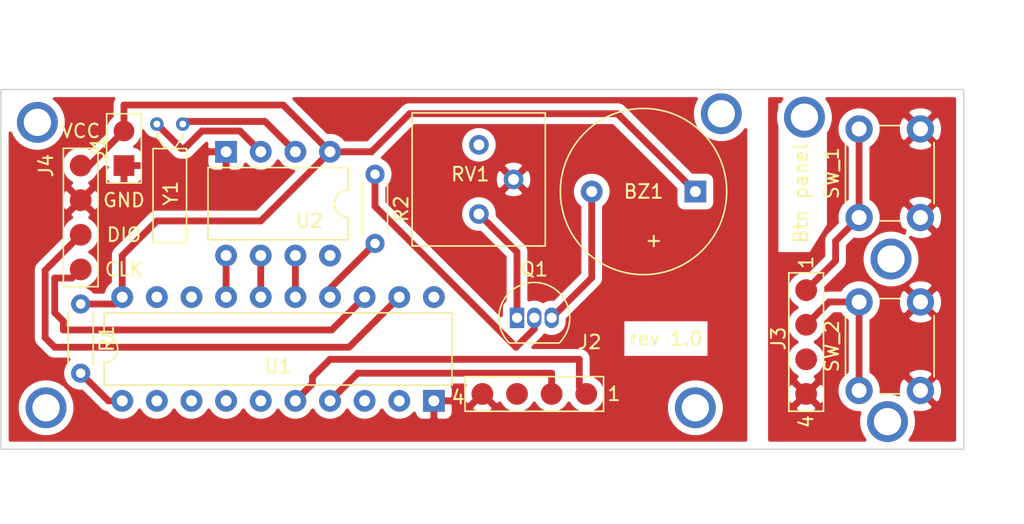
<source format=kicad_pcb>
(kicad_pcb (version 20171130) (host pcbnew "(5.1.6)-1")

  (general
    (thickness 1.6)
    (drawings 17)
    (tracks 73)
    (zones 0)
    (modules 14)
    (nets 33)
  )

  (page A4)
  (title_block
    (title "Цифровае часы с будильником")
    (date 2020-08-18)
    (rev 1)
    (comment 2 "Вербкин М.С.")
  )

  (layers
    (0 F.Cu signal)
    (31 B.Cu signal)
    (32 B.Adhes user)
    (33 F.Adhes user)
    (34 B.Paste user)
    (35 F.Paste user)
    (36 B.SilkS user)
    (37 F.SilkS user)
    (38 B.Mask user)
    (39 F.Mask user)
    (40 Dwgs.User user)
    (41 Cmts.User user hide)
    (42 Eco1.User user hide)
    (43 Eco2.User user hide)
    (44 Edge.Cuts user)
    (45 Margin user hide)
    (46 B.CrtYd user hide)
    (47 F.CrtYd user hide)
    (48 B.Fab user hide)
    (49 F.Fab user hide)
  )

  (setup
    (last_trace_width 0.5)
    (user_trace_width 0.5)
    (trace_clearance 0.2)
    (zone_clearance 0.508)
    (zone_45_only no)
    (trace_min 0.2)
    (via_size 0.8)
    (via_drill 0.4)
    (via_min_size 0.4)
    (via_min_drill 0.3)
    (uvia_size 0.3)
    (uvia_drill 0.1)
    (uvias_allowed no)
    (uvia_min_size 0.2)
    (uvia_min_drill 0.1)
    (edge_width 0.05)
    (segment_width 0.2)
    (pcb_text_width 0.3)
    (pcb_text_size 1.5 1.5)
    (mod_edge_width 0.12)
    (mod_text_size 1 1)
    (mod_text_width 0.15)
    (pad_size 1.524 1.524)
    (pad_drill 0.762)
    (pad_to_mask_clearance 0.05)
    (aux_axis_origin 0 0)
    (visible_elements 7FFFFFFF)
    (pcbplotparams
      (layerselection 0x010f0_ffffffff)
      (usegerberextensions true)
      (usegerberattributes true)
      (usegerberadvancedattributes true)
      (creategerberjobfile true)
      (excludeedgelayer true)
      (linewidth 0.100000)
      (plotframeref true)
      (viasonmask false)
      (mode 1)
      (useauxorigin false)
      (hpglpennumber 1)
      (hpglpenspeed 20)
      (hpglpendiameter 15.000000)
      (psnegative false)
      (psa4output false)
      (plotreference true)
      (plotvalue true)
      (plotinvisibletext false)
      (padsonsilk false)
      (subtractmaskfromsilk false)
      (outputformat 1)
      (mirror false)
      (drillshape 0)
      (scaleselection 1)
      (outputdirectory "gerber/"))
  )

  (net 0 "")
  (net 1 GND)
  (net 2 "Net-(BZ1-Pad1)")
  (net 3 "Net-(BZ1-Pad2)")
  (net 4 "Net-(Q1-Pad1)")
  (net 5 "Net-(Q1-Pad2)")
  (net 6 "Net-(R1-Pad2)")
  (net 7 "Net-(R2-Pad2)")
  (net 8 RST)
  (net 9 SCLK)
  (net 10 I\O)
  (net 11 "Net-(U2-Pad2)")
  (net 12 "Net-(U2-Pad3)")
  (net 13 "Net-(J3-Pad4)")
  (net 14 "Net-(J3-Pad3)")
  (net 15 "Net-(J3-Pad2)")
  (net 16 "Net-(J3-Pad1)")
  (net 17 "Net-(J4-Pad2)")
  (net 18 "Net-(J4-Pad1)")
  (net 19 "Net-(J2-Pad3)")
  (net 20 "Net-(J2-Pad2)")
  (net 21 "Net-(J2-Pad1)")
  (net 22 "Net-(RV1-Pad3)")
  (net 23 "Net-(U1-Pad19)")
  (net 24 "Net-(U1-Pad9)")
  (net 25 "Net-(U1-Pad18)")
  (net 26 "Net-(U1-Pad8)")
  (net 27 "Net-(U1-Pad5)")
  (net 28 "Net-(U1-Pad4)")
  (net 29 "Net-(U1-Pad3)")
  (net 30 "Net-(U1-Pad2)")
  (net 31 "Net-(U1-Pad11)")
  (net 32 "Net-(U2-Pad8)")

  (net_class Default "This is the default net class."
    (clearance 0.2)
    (trace_width 0.25)
    (via_dia 0.8)
    (via_drill 0.4)
    (uvia_dia 0.3)
    (uvia_drill 0.1)
    (add_net GND)
    (add_net I\O)
    (add_net "Net-(BZ1-Pad1)")
    (add_net "Net-(BZ1-Pad2)")
    (add_net "Net-(J2-Pad1)")
    (add_net "Net-(J2-Pad2)")
    (add_net "Net-(J2-Pad3)")
    (add_net "Net-(J3-Pad1)")
    (add_net "Net-(J3-Pad2)")
    (add_net "Net-(J3-Pad3)")
    (add_net "Net-(J3-Pad4)")
    (add_net "Net-(J4-Pad1)")
    (add_net "Net-(J4-Pad2)")
    (add_net "Net-(Q1-Pad1)")
    (add_net "Net-(Q1-Pad2)")
    (add_net "Net-(R1-Pad2)")
    (add_net "Net-(R2-Pad2)")
    (add_net "Net-(RV1-Pad3)")
    (add_net "Net-(U1-Pad11)")
    (add_net "Net-(U1-Pad18)")
    (add_net "Net-(U1-Pad19)")
    (add_net "Net-(U1-Pad2)")
    (add_net "Net-(U1-Pad3)")
    (add_net "Net-(U1-Pad4)")
    (add_net "Net-(U1-Pad5)")
    (add_net "Net-(U1-Pad8)")
    (add_net "Net-(U1-Pad9)")
    (add_net "Net-(U2-Pad2)")
    (add_net "Net-(U2-Pad3)")
    (add_net "Net-(U2-Pad8)")
    (add_net RST)
    (add_net SCLK)
  )

  (module Resistor_THT:R_Axial_DIN0204_L3.6mm_D1.6mm_P5.08mm_Horizontal (layer F.Cu) (tedit 5AE5139B) (tstamp 5F84BCB5)
    (at 109.22 86.36 270)
    (descr "Resistor, Axial_DIN0204 series, Axial, Horizontal, pin pitch=5.08mm, 0.167W, length*diameter=3.6*1.6mm^2, http://cdn-reichelt.de/documents/datenblatt/B400/1_4W%23YAG.pdf")
    (tags "Resistor Axial_DIN0204 series Axial Horizontal pin pitch 5.08mm 0.167W length 3.6mm diameter 1.6mm")
    (path /5F3E9815)
    (fp_text reference R1 (at 2.54 -1.92 90) (layer F.SilkS)
      (effects (font (size 1 1) (thickness 0.15)))
    )
    (fp_text value 10kOm (at 2.54 1.92 90) (layer F.Fab)
      (effects (font (size 1 1) (thickness 0.15)))
    )
    (fp_line (start 6.03 -1.05) (end -0.95 -1.05) (layer F.CrtYd) (width 0.05))
    (fp_line (start 6.03 1.05) (end 6.03 -1.05) (layer F.CrtYd) (width 0.05))
    (fp_line (start -0.95 1.05) (end 6.03 1.05) (layer F.CrtYd) (width 0.05))
    (fp_line (start -0.95 -1.05) (end -0.95 1.05) (layer F.CrtYd) (width 0.05))
    (fp_line (start 0.62 0.92) (end 4.46 0.92) (layer F.SilkS) (width 0.12))
    (fp_line (start 0.62 -0.92) (end 4.46 -0.92) (layer F.SilkS) (width 0.12))
    (fp_line (start 5.08 0) (end 4.34 0) (layer F.Fab) (width 0.1))
    (fp_line (start 0 0) (end 0.74 0) (layer F.Fab) (width 0.1))
    (fp_line (start 4.34 -0.8) (end 0.74 -0.8) (layer F.Fab) (width 0.1))
    (fp_line (start 4.34 0.8) (end 4.34 -0.8) (layer F.Fab) (width 0.1))
    (fp_line (start 0.74 0.8) (end 4.34 0.8) (layer F.Fab) (width 0.1))
    (fp_line (start 0.74 -0.8) (end 0.74 0.8) (layer F.Fab) (width 0.1))
    (fp_text user %R (at 2.54 0 90) (layer F.Fab)
      (effects (font (size 0.72 0.72) (thickness 0.108)))
    )
    (pad 2 thru_hole oval (at 5.08 0 270) (size 1.4 1.4) (drill 0.7) (layers *.Cu *.Mask)
      (net 6 "Net-(R1-Pad2)"))
    (pad 1 thru_hole circle (at 0 0 270) (size 1.4 1.4) (drill 0.7) (layers *.Cu *.Mask)
      (net 2 "Net-(BZ1-Pad1)"))
    (model ${KISYS3DMOD}/Resistor_THT.3dshapes/R_Axial_DIN0204_L3.6mm_D1.6mm_P5.08mm_Horizontal.wrl
      (at (xyz 0 0 0))
      (scale (xyz 1 1 1))
      (rotate (xyz 0 0 0))
    )
  )

  (module Buzzer_Beeper:Buzzer_12x9.5RM7.6 (layer F.Cu) (tedit 5F3BB900) (tstamp 5F84BD4E)
    (at 154.305 78.105 180)
    (descr "Generic Buzzer, D12mm height 9.5mm with RM7.6mm")
    (tags buzzer)
    (path /5F3F19A6)
    (fp_text reference BZ1 (at 3.8 0) (layer F.SilkS)
      (effects (font (size 1 1) (thickness 0.15)))
    )
    (fp_text value Buzzer (at 3.8 7.4) (layer F.Fab)
      (effects (font (size 1 1) (thickness 0.15)))
    )
    (fp_circle (center 3.8 0) (end 9.9 0) (layer F.SilkS) (width 0.12))
    (fp_circle (center 3.8 0) (end 4.8 0) (layer F.Fab) (width 0.1))
    (fp_circle (center 3.8 0) (end 9.8 0) (layer F.Fab) (width 0.1))
    (fp_circle (center 3.8 0) (end 10.05 0) (layer F.CrtYd) (width 0.05))
    (fp_text user %R (at 3.81 3.302) (layer F.Fab)
      (effects (font (size 1 1) (thickness 0.15)))
    )
    (fp_text user + (at 3.048 -3.556) (layer F.SilkS)
      (effects (font (size 1 1) (thickness 0.15)))
    )
    (fp_text user + (at -0.01 -2.54) (layer F.Fab)
      (effects (font (size 1 1) (thickness 0.15)))
    )
    (pad 2 thru_hole circle (at 7.6 0 180) (size 1.6 1.6) (drill 0.8) (layers *.Cu *.Mask)
      (net 3 "Net-(BZ1-Pad2)"))
    (pad 1 thru_hole rect (at 0 0 180) (size 1.6 1.6) (drill 0.8) (layers *.Cu *.Mask)
      (net 2 "Net-(BZ1-Pad1)"))
    (model ${KISYS3DMOD}/Buzzer_Beeper.3dshapes/Buzzer_12x9.5RM7.6.wrl
      (at (xyz 0 0 0))
      (scale (xyz 1 1 1))
      (rotate (xyz 0 0 0))
    )
  )

  (module Resistor_THT:R_Axial_DIN0204_L3.6mm_D1.6mm_P5.08mm_Horizontal (layer F.Cu) (tedit 5AE5139B) (tstamp 5F84BC7F)
    (at 130.81 76.835 270)
    (descr "Resistor, Axial_DIN0204 series, Axial, Horizontal, pin pitch=5.08mm, 0.167W, length*diameter=3.6*1.6mm^2, http://cdn-reichelt.de/documents/datenblatt/B400/1_4W%23YAG.pdf")
    (tags "Resistor Axial_DIN0204 series Axial Horizontal pin pitch 5.08mm 0.167W length 3.6mm diameter 1.6mm")
    (path /5F3EB472)
    (fp_text reference R2 (at 2.54 -1.92 90) (layer F.SilkS)
      (effects (font (size 1 1) (thickness 0.15)))
    )
    (fp_text value 10kOm (at 2.54 1.92 90) (layer F.Fab)
      (effects (font (size 1 1) (thickness 0.15)))
    )
    (fp_line (start 6.03 -1.05) (end -0.95 -1.05) (layer F.CrtYd) (width 0.05))
    (fp_line (start 6.03 1.05) (end 6.03 -1.05) (layer F.CrtYd) (width 0.05))
    (fp_line (start -0.95 1.05) (end 6.03 1.05) (layer F.CrtYd) (width 0.05))
    (fp_line (start -0.95 -1.05) (end -0.95 1.05) (layer F.CrtYd) (width 0.05))
    (fp_line (start 0.62 0.92) (end 4.46 0.92) (layer F.SilkS) (width 0.12))
    (fp_line (start 0.62 -0.92) (end 4.46 -0.92) (layer F.SilkS) (width 0.12))
    (fp_line (start 5.08 0) (end 4.34 0) (layer F.Fab) (width 0.1))
    (fp_line (start 0 0) (end 0.74 0) (layer F.Fab) (width 0.1))
    (fp_line (start 4.34 -0.8) (end 0.74 -0.8) (layer F.Fab) (width 0.1))
    (fp_line (start 4.34 0.8) (end 4.34 -0.8) (layer F.Fab) (width 0.1))
    (fp_line (start 0.74 0.8) (end 4.34 0.8) (layer F.Fab) (width 0.1))
    (fp_line (start 0.74 -0.8) (end 0.74 0.8) (layer F.Fab) (width 0.1))
    (fp_text user %R (at 2.54 0 90) (layer F.Fab)
      (effects (font (size 0.72 0.72) (thickness 0.108)))
    )
    (pad 2 thru_hole oval (at 5.08 0 270) (size 1.4 1.4) (drill 0.7) (layers *.Cu *.Mask)
      (net 7 "Net-(R2-Pad2)"))
    (pad 1 thru_hole circle (at 0 0 270) (size 1.4 1.4) (drill 0.7) (layers *.Cu *.Mask)
      (net 5 "Net-(Q1-Pad2)"))
    (model ${KISYS3DMOD}/Resistor_THT.3dshapes/R_Axial_DIN0204_L3.6mm_D1.6mm_P5.08mm_Horizontal.wrl
      (at (xyz 0 0 0))
      (scale (xyz 1 1 1))
      (rotate (xyz 0 0 0))
    )
  )

  (module Connector:conn_01x04 (layer F.Cu) (tedit 5F3BB7D9) (tstamp 5F84BB1C)
    (at 106.68 81.28 90)
    (path /5F473773)
    (fp_text reference J4 (at 5.08 0 90) (layer F.SilkS)
      (effects (font (size 1 1) (thickness 0.15)))
    )
    (fp_text value Conn_01x04 (at 0 -0.5 90) (layer F.Fab)
      (effects (font (size 1 1) (thickness 0.15)))
    )
    (fp_line (start -3.81 3.81) (end -3.81 1.27) (layer F.SilkS) (width 0.12))
    (fp_line (start 6.35 3.81) (end -3.81 3.81) (layer F.SilkS) (width 0.12))
    (fp_line (start 6.35 1.27) (end 6.35 3.81) (layer F.SilkS) (width 0.12))
    (fp_line (start -3.81 1.27) (end 6.35 1.27) (layer F.SilkS) (width 0.12))
    (pad 4 smd circle (at 5.08 2.54 90) (size 1.6 1.6) (layers F.Cu F.Paste F.Mask)
      (net 2 "Net-(BZ1-Pad1)"))
    (pad 3 smd circle (at 2.54 2.54 90) (size 1.6 1.6) (layers F.Cu F.Paste F.Mask)
      (net 1 GND))
    (pad 2 smd circle (at 0 2.54 90) (size 1.6 1.6) (layers F.Cu F.Paste F.Mask)
      (net 17 "Net-(J4-Pad2)"))
    (pad 1 smd circle (at -2.54 2.54 90) (size 1.6 1.6) (layers F.Cu F.Paste F.Mask)
      (net 18 "Net-(J4-Pad1)"))
  )

  (module Package_TO_SOT_THT:TO-92_Inline (layer F.Cu) (tedit 5A1DD157) (tstamp 5F84BC4B)
    (at 141.224 87.376)
    (descr "TO-92 leads in-line, narrow, oval pads, drill 0.75mm (see NXP sot054_po.pdf)")
    (tags "to-92 sc-43 sc-43a sot54 PA33 transistor")
    (path /5F3EE1BF)
    (fp_text reference Q1 (at 1.27 -3.56) (layer F.SilkS)
      (effects (font (size 1 1) (thickness 0.15)))
    )
    (fp_text value S9014 (at 1.27 2.79) (layer F.Fab)
      (effects (font (size 1 1) (thickness 0.15)))
    )
    (fp_line (start -0.53 1.85) (end 3.07 1.85) (layer F.SilkS) (width 0.12))
    (fp_line (start -0.5 1.75) (end 3 1.75) (layer F.Fab) (width 0.1))
    (fp_line (start -1.46 -2.73) (end 4 -2.73) (layer F.CrtYd) (width 0.05))
    (fp_line (start -1.46 -2.73) (end -1.46 2.01) (layer F.CrtYd) (width 0.05))
    (fp_line (start 4 2.01) (end 4 -2.73) (layer F.CrtYd) (width 0.05))
    (fp_line (start 4 2.01) (end -1.46 2.01) (layer F.CrtYd) (width 0.05))
    (fp_arc (start 1.27 0) (end 1.27 -2.6) (angle 135) (layer F.SilkS) (width 0.12))
    (fp_arc (start 1.27 0) (end 1.27 -2.48) (angle -135) (layer F.Fab) (width 0.1))
    (fp_arc (start 1.27 0) (end 1.27 -2.6) (angle -135) (layer F.SilkS) (width 0.12))
    (fp_arc (start 1.27 0) (end 1.27 -2.48) (angle 135) (layer F.Fab) (width 0.1))
    (fp_text user %R (at 1.27 -3.56) (layer F.Fab)
      (effects (font (size 1 1) (thickness 0.15)))
    )
    (pad 1 thru_hole rect (at 0 0) (size 1.05 1.5) (drill 0.75) (layers *.Cu *.Mask)
      (net 4 "Net-(Q1-Pad1)"))
    (pad 3 thru_hole oval (at 2.54 0) (size 1.05 1.5) (drill 0.75) (layers *.Cu *.Mask)
      (net 3 "Net-(BZ1-Pad2)"))
    (pad 2 thru_hole oval (at 1.27 0) (size 1.05 1.5) (drill 0.75) (layers *.Cu *.Mask)
      (net 5 "Net-(Q1-Pad2)"))
    (model ${KISYS3DMOD}/Package_TO_SOT_THT.3dshapes/TO-92_Inline.wrl
      (at (xyz 0 0 0))
      (scale (xyz 1 1 1))
      (rotate (xyz 0 0 0))
    )
  )

  (module Potentiometer_THT:Potentiometer_Bourns_3386P_Vertical (layer F.Cu) (tedit 5F44CD57) (tstamp 5F84BBBD)
    (at 138.43 79.756)
    (descr "Potentiometer, vertical, Bourns 3386P, https://www.bourns.com/pdfs/3386.pdf")
    (tags "Potentiometer vertical Bourns 3386P")
    (path /5F40B1E0)
    (fp_text reference RV1 (at -0.635 -2.921) (layer F.SilkS)
      (effects (font (size 1 1) (thickness 0.15)))
    )
    (fp_text value R_POT (at -0.015 3.475) (layer F.Fab)
      (effects (font (size 1 1) (thickness 0.15)))
    )
    (fp_line (start 5 -7.56) (end -5.03 -7.56) (layer F.CrtYd) (width 0.05))
    (fp_line (start 5 2.48) (end 5 -7.56) (layer F.CrtYd) (width 0.05))
    (fp_line (start -5.03 2.48) (end 5 2.48) (layer F.CrtYd) (width 0.05))
    (fp_line (start -5.03 -7.56) (end -5.03 2.48) (layer F.CrtYd) (width 0.05))
    (fp_line (start 4.87 -7.425) (end 4.87 2.345) (layer F.SilkS) (width 0.12))
    (fp_line (start -4.9 -7.425) (end -4.9 2.345) (layer F.SilkS) (width 0.12))
    (fp_line (start -4.9 2.345) (end 4.87 2.345) (layer F.SilkS) (width 0.12))
    (fp_line (start -4.9 -7.425) (end 4.87 -7.425) (layer F.SilkS) (width 0.12))
    (fp_line (start -0.891 -0.98) (end -0.89 -4.099) (layer F.Fab) (width 0.1))
    (fp_line (start -0.891 -0.98) (end -0.89 -4.099) (layer F.Fab) (width 0.1))
    (fp_line (start 4.75 -7.305) (end -4.78 -7.305) (layer F.Fab) (width 0.1))
    (fp_line (start 4.75 2.225) (end 4.75 -7.305) (layer F.Fab) (width 0.1))
    (fp_line (start -4.78 2.225) (end 4.75 2.225) (layer F.Fab) (width 0.1))
    (fp_line (start -4.78 -7.305) (end -4.78 2.225) (layer F.Fab) (width 0.1))
    (fp_circle (center -0.891 -2.54) (end 0.684 -2.54) (layer F.Fab) (width 0.1))
    (fp_text user %R (at -3.78 -2.54 90) (layer F.Fab)
      (effects (font (size 1 1) (thickness 0.15)))
    )
    (pad 1 thru_hole circle (at 0 0) (size 1.44 1.44) (drill 0.8) (layers *.Cu *.Mask)
      (net 4 "Net-(Q1-Pad1)"))
    (pad 2 thru_hole circle (at 2.54 -2.54) (size 1.44 1.44) (drill 0.8) (layers *.Cu *.Mask)
      (net 1 GND))
    (pad 3 thru_hole circle (at 0 -5.08) (size 1.44 1.44) (drill 0.8) (layers *.Cu *.Mask)
      (net 22 "Net-(RV1-Pad3)"))
    (model ${KISYS3DMOD}/Potentiometer_THT.3dshapes/Potentiometer_Bourns_3386P_Vertical.wrl
      (at (xyz 0 0 0))
      (scale (xyz 0.5 0.5 1))
      (rotate (xyz 0 0 0))
    )
    (model "C:/Users/verbkinm/Documents/Atmel Studio/7.0/avr_simple_clock/Kicad/3386.wrl"
      (offset (xyz -4.8 -2.4 0))
      (scale (xyz 0.4 0.4 0.4))
      (rotate (xyz 0 0 -90))
    )
    (model "C:/Users/user/Documents/Atmel Studio/7.0/avr_simple_clock/Kicad/3386.wrl"
      (offset (xyz -4.9 -2.3 0))
      (scale (xyz 0.4 0.4 0.4))
      (rotate (xyz 0 0 -90))
    )
  )

  (module Package_DIP:DIP-8_W7.62mm (layer F.Cu) (tedit 5F3E5AF1) (tstamp 5F84BC04)
    (at 127.508 75.184 270)
    (descr "8-lead though-hole mounted DIP package, row spacing 7.62 mm (300 mils)")
    (tags "THT DIP DIL PDIP 2.54mm 7.62mm 300mil")
    (path /5F396480)
    (fp_text reference U2 (at 5.08 1.524) (layer F.SilkS)
      (effects (font (size 1 1) (thickness 0.15)))
    )
    (fp_text value DS1302+ (at 3.81 9.95 270) (layer F.Fab)
      (effects (font (size 1 1) (thickness 0.15)))
    )
    (fp_line (start 1.635 -1.27) (end 6.985 -1.27) (layer F.Fab) (width 0.1))
    (fp_line (start 6.985 -1.27) (end 6.985 8.89) (layer F.Fab) (width 0.1))
    (fp_line (start 6.985 8.89) (end 0.635 8.89) (layer F.Fab) (width 0.1))
    (fp_line (start 0.635 8.89) (end 0.635 -0.27) (layer F.Fab) (width 0.1))
    (fp_line (start 0.635 -0.27) (end 1.635 -1.27) (layer F.Fab) (width 0.1))
    (fp_line (start 2.81 -1.33) (end 1.16 -1.33) (layer F.SilkS) (width 0.12))
    (fp_line (start 1.16 -1.33) (end 1.16 8.95) (layer F.SilkS) (width 0.12))
    (fp_line (start 1.16 8.95) (end 6.46 8.95) (layer F.SilkS) (width 0.12))
    (fp_line (start 6.46 8.95) (end 6.46 -1.33) (layer F.SilkS) (width 0.12))
    (fp_line (start 6.46 -1.33) (end 4.81 -1.33) (layer F.SilkS) (width 0.12))
    (fp_line (start -1.1 -1.55) (end -1.1 9.15) (layer F.CrtYd) (width 0.05))
    (fp_line (start -1.1 9.15) (end 8.7 9.15) (layer F.CrtYd) (width 0.05))
    (fp_line (start 8.7 9.15) (end 8.7 -1.55) (layer F.CrtYd) (width 0.05))
    (fp_line (start 8.7 -1.55) (end -1.1 -1.55) (layer F.CrtYd) (width 0.05))
    (fp_text user DS1302 (at 3.81 3.81) (layer F.Fab)
      (effects (font (size 1 1) (thickness 0.15)) (justify mirror))
    )
    (fp_arc (start 3.81 -1.33) (end 2.81 -1.33) (angle -180) (layer F.SilkS) (width 0.12))
    (pad 8 thru_hole oval (at 7.62 0 270) (size 1.6 1.6) (drill 0.8) (layers *.Cu *.Mask)
      (net 32 "Net-(U2-Pad8)"))
    (pad 4 thru_hole rect (at 0 7.62 270) (size 1.6 1.6) (drill 0.8) (layers *.Cu *.Mask)
      (net 1 GND))
    (pad 7 thru_hole oval (at 7.62 2.54 270) (size 1.6 1.6) (drill 0.8) (layers *.Cu *.Mask)
      (net 9 SCLK))
    (pad 3 thru_hole oval (at 0 5.08 270) (size 1.6 1.6) (drill 0.8) (layers *.Cu *.Mask)
      (net 12 "Net-(U2-Pad3)"))
    (pad 6 thru_hole oval (at 7.62 5.08 270) (size 1.6 1.6) (drill 0.8) (layers *.Cu *.Mask)
      (net 10 I\O))
    (pad 2 thru_hole oval (at 0 2.54 270) (size 1.6 1.6) (drill 0.8) (layers *.Cu *.Mask)
      (net 11 "Net-(U2-Pad2)"))
    (pad 5 thru_hole oval (at 7.62 7.62 270) (size 1.6 1.6) (drill 0.8) (layers *.Cu *.Mask)
      (net 8 RST))
    (pad 1 thru_hole oval (at 0 0 270) (size 1.6 1.6) (drill 0.8) (layers *.Cu *.Mask)
      (net 2 "Net-(BZ1-Pad1)"))
    (model ${KISYS3DMOD}/Package_DIP.3dshapes/DIP-8_W7.62mm.wrl
      (at (xyz 0 0 0))
      (scale (xyz 1 1 1))
      (rotate (xyz 0 0 0))
    )
  )

  (module Package_DIP:DIP-20_W7.62mm (layer F.Cu) (tedit 5F3E5AD2) (tstamp 5F84BB59)
    (at 112.268 93.472 90)
    (descr "20-lead though-hole mounted DIP package, row spacing 7.62 mm (300 mils)")
    (tags "THT DIP DIL PDIP 2.54mm 7.62mm 300mil")
    (path /5F394FAA)
    (fp_text reference U1 (at 2.54 11.43 180) (layer F.SilkS)
      (effects (font (size 1 1) (thickness 0.15)))
    )
    (fp_text value ATtiny2313A-PU (at 3.81 25.19 90) (layer F.Fab)
      (effects (font (size 1 1) (thickness 0.15)))
    )
    (fp_line (start 1.635 -1.27) (end 6.985 -1.27) (layer F.Fab) (width 0.1))
    (fp_line (start 6.985 -1.27) (end 6.985 24.13) (layer F.Fab) (width 0.1))
    (fp_line (start 6.985 24.13) (end 0.635 24.13) (layer F.Fab) (width 0.1))
    (fp_line (start 0.635 24.13) (end 0.635 -0.27) (layer F.Fab) (width 0.1))
    (fp_line (start 0.635 -0.27) (end 1.635 -1.27) (layer F.Fab) (width 0.1))
    (fp_line (start 2.81 -1.33) (end 1.16 -1.33) (layer F.SilkS) (width 0.12))
    (fp_line (start 1.16 -1.33) (end 1.16 24.19) (layer F.SilkS) (width 0.12))
    (fp_line (start 1.16 24.19) (end 6.46 24.19) (layer F.SilkS) (width 0.12))
    (fp_line (start 6.46 24.19) (end 6.46 -1.33) (layer F.SilkS) (width 0.12))
    (fp_line (start 6.46 -1.33) (end 4.81 -1.33) (layer F.SilkS) (width 0.12))
    (fp_line (start -1.1 -1.55) (end -1.1 24.4) (layer F.CrtYd) (width 0.05))
    (fp_line (start -1.1 24.4) (end 8.7 24.4) (layer F.CrtYd) (width 0.05))
    (fp_line (start 8.7 24.4) (end 8.7 -1.55) (layer F.CrtYd) (width 0.05))
    (fp_line (start 8.7 -1.55) (end -1.1 -1.55) (layer F.CrtYd) (width 0.05))
    (fp_text user ATtiny-2313A-PU (at 3.81 11.43) (layer F.Fab)
      (effects (font (size 1 1) (thickness 0.15)) (justify mirror))
    )
    (fp_arc (start 3.81 -1.33) (end 2.81 -1.33) (angle -180) (layer F.SilkS) (width 0.12))
    (pad 20 thru_hole oval (at 7.62 0 90) (size 1.6 1.6) (drill 0.8) (layers *.Cu *.Mask)
      (net 2 "Net-(BZ1-Pad1)"))
    (pad 10 thru_hole rect (at 0 22.86 90) (size 1.6 1.6) (drill 0.8) (layers *.Cu *.Mask)
      (net 1 GND))
    (pad 19 thru_hole oval (at 7.62 2.54 90) (size 1.6 1.6) (drill 0.8) (layers *.Cu *.Mask)
      (net 23 "Net-(U1-Pad19)"))
    (pad 9 thru_hole oval (at 0 20.32 90) (size 1.6 1.6) (drill 0.8) (layers *.Cu *.Mask)
      (net 24 "Net-(U1-Pad9)"))
    (pad 18 thru_hole oval (at 7.62 5.08 90) (size 1.6 1.6) (drill 0.8) (layers *.Cu *.Mask)
      (net 25 "Net-(U1-Pad18)"))
    (pad 8 thru_hole oval (at 0 17.78 90) (size 1.6 1.6) (drill 0.8) (layers *.Cu *.Mask)
      (net 26 "Net-(U1-Pad8)"))
    (pad 17 thru_hole oval (at 7.62 7.62 90) (size 1.6 1.6) (drill 0.8) (layers *.Cu *.Mask)
      (net 8 RST))
    (pad 7 thru_hole oval (at 0 15.24 90) (size 1.6 1.6) (drill 0.8) (layers *.Cu *.Mask)
      (net 20 "Net-(J2-Pad2)"))
    (pad 16 thru_hole oval (at 7.62 10.16 90) (size 1.6 1.6) (drill 0.8) (layers *.Cu *.Mask)
      (net 10 I\O))
    (pad 6 thru_hole oval (at 0 12.7 90) (size 1.6 1.6) (drill 0.8) (layers *.Cu *.Mask)
      (net 21 "Net-(J2-Pad1)"))
    (pad 15 thru_hole oval (at 7.62 12.7 90) (size 1.6 1.6) (drill 0.8) (layers *.Cu *.Mask)
      (net 9 SCLK))
    (pad 5 thru_hole oval (at 0 10.16 90) (size 1.6 1.6) (drill 0.8) (layers *.Cu *.Mask)
      (net 27 "Net-(U1-Pad5)"))
    (pad 14 thru_hole oval (at 7.62 15.24 90) (size 1.6 1.6) (drill 0.8) (layers *.Cu *.Mask)
      (net 7 "Net-(R2-Pad2)"))
    (pad 4 thru_hole oval (at 0 7.62 90) (size 1.6 1.6) (drill 0.8) (layers *.Cu *.Mask)
      (net 28 "Net-(U1-Pad4)"))
    (pad 13 thru_hole oval (at 7.62 17.78 90) (size 1.6 1.6) (drill 0.8) (layers *.Cu *.Mask)
      (net 18 "Net-(J4-Pad1)"))
    (pad 3 thru_hole oval (at 0 5.08 90) (size 1.6 1.6) (drill 0.8) (layers *.Cu *.Mask)
      (net 29 "Net-(U1-Pad3)"))
    (pad 12 thru_hole oval (at 7.62 20.32 90) (size 1.6 1.6) (drill 0.8) (layers *.Cu *.Mask)
      (net 17 "Net-(J4-Pad2)"))
    (pad 2 thru_hole oval (at 0 2.54 90) (size 1.6 1.6) (drill 0.8) (layers *.Cu *.Mask)
      (net 30 "Net-(U1-Pad2)"))
    (pad 11 thru_hole oval (at 7.62 22.86 90) (size 1.6 1.6) (drill 0.8) (layers *.Cu *.Mask)
      (net 31 "Net-(U1-Pad11)"))
    (pad 1 thru_hole circle (at 0 0 90) (size 1.6 1.6) (drill 0.8) (layers *.Cu *.Mask)
      (net 6 "Net-(R1-Pad2)"))
    (model ${KISYS3DMOD}/Package_DIP.3dshapes/DIP-20_W7.62mm.wrl
      (at (xyz 0 0 0))
      (scale (xyz 1 1 1))
      (rotate (xyz 0 0 0))
    )
  )

  (module Crystal:Crystal_C26-LF_D2.1mm_L6.5mm_Horizontal (layer F.Cu) (tedit 5A0FD1B2) (tstamp 5F84BCF3)
    (at 114.808 73.152)
    (descr "Crystal THT C26-LF 6.5mm length 2.06mm diameter")
    (tags ['C26-LF'])
    (path /5F3951E3)
    (fp_text reference Y1 (at 1.016 5.08 90) (layer F.SilkS)
      (effects (font (size 1 1) (thickness 0.15)))
    )
    (fp_text value Crystal (at 3.5 1.75 90) (layer F.Fab)
      (effects (font (size 1 1) (thickness 0.15)))
    )
    (fp_line (start 2.8 -0.8) (end -0.9 -0.8) (layer F.CrtYd) (width 0.05))
    (fp_line (start 2.8 9.3) (end 2.8 -0.8) (layer F.CrtYd) (width 0.05))
    (fp_line (start -0.9 9.3) (end 2.8 9.3) (layer F.CrtYd) (width 0.05))
    (fp_line (start -0.9 -0.8) (end -0.9 9.3) (layer F.CrtYd) (width 0.05))
    (fp_line (start 1.9 0.9) (end 1.9 0.7) (layer F.SilkS) (width 0.12))
    (fp_line (start 1.3 1.8) (end 1.9 0.9) (layer F.SilkS) (width 0.12))
    (fp_line (start 0 0.9) (end 0 0.7) (layer F.SilkS) (width 0.12))
    (fp_line (start 0.6 1.8) (end 0 0.9) (layer F.SilkS) (width 0.12))
    (fp_line (start 2.18 1.8) (end -0.28 1.8) (layer F.SilkS) (width 0.12))
    (fp_line (start 2.18 8.7) (end 2.18 1.8) (layer F.SilkS) (width 0.12))
    (fp_line (start -0.28 8.7) (end 2.18 8.7) (layer F.SilkS) (width 0.12))
    (fp_line (start -0.28 1.8) (end -0.28 8.7) (layer F.SilkS) (width 0.12))
    (fp_line (start 1.9 1) (end 1.9 0) (layer F.Fab) (width 0.1))
    (fp_line (start 1.3 2) (end 1.9 1) (layer F.Fab) (width 0.1))
    (fp_line (start 0 1) (end 0 0) (layer F.Fab) (width 0.1))
    (fp_line (start 0.6 2) (end 0 1) (layer F.Fab) (width 0.1))
    (fp_line (start 1.98 2) (end -0.08 2) (layer F.Fab) (width 0.1))
    (fp_line (start 1.98 8.5) (end 1.98 2) (layer F.Fab) (width 0.1))
    (fp_line (start -0.08 8.5) (end 1.98 8.5) (layer F.Fab) (width 0.1))
    (fp_line (start -0.08 2) (end -0.08 8.5) (layer F.Fab) (width 0.1))
    (fp_text user %R (at 1 5.5 90) (layer F.Fab)
      (effects (font (size 0.7 0.7) (thickness 0.105)))
    )
    (pad 2 thru_hole circle (at 1.9 0) (size 1 1) (drill 0.5) (layers *.Cu *.Mask)
      (net 11 "Net-(U2-Pad2)"))
    (pad 1 thru_hole circle (at 0 0) (size 1 1) (drill 0.5) (layers *.Cu *.Mask)
      (net 12 "Net-(U2-Pad3)"))
    (model ${KISYS3DMOD}/Crystal.3dshapes/Crystal_C26-LF_D2.1mm_L6.5mm_Horizontal.wrl
      (at (xyz 0 0 0))
      (scale (xyz 1 1 1))
      (rotate (xyz 0 0 0))
    )
  )

  (module Connector:conn_01x04 (layer F.Cu) (tedit 5F3BB7D9) (tstamp 5F84A5C5)
    (at 143.764 95.504 180)
    (path /5F45461B)
    (fp_text reference J2 (at -2.794 6.35) (layer F.SilkS)
      (effects (font (size 1 1) (thickness 0.15)))
    )
    (fp_text value Conn_01x04 (at 0 -0.5) (layer F.Fab)
      (effects (font (size 1 1) (thickness 0.15)))
    )
    (fp_line (start -3.81 3.81) (end -3.81 1.27) (layer F.SilkS) (width 0.12))
    (fp_line (start 6.35 3.81) (end -3.81 3.81) (layer F.SilkS) (width 0.12))
    (fp_line (start 6.35 1.27) (end 6.35 3.81) (layer F.SilkS) (width 0.12))
    (fp_line (start -3.81 1.27) (end 6.35 1.27) (layer F.SilkS) (width 0.12))
    (pad 4 smd circle (at 5.08 2.54 180) (size 1.6 1.6) (layers F.Cu F.Paste F.Mask)
      (net 1 GND))
    (pad 3 smd circle (at 2.54 2.54 180) (size 1.6 1.6) (layers F.Cu F.Paste F.Mask)
      (net 19 "Net-(J2-Pad3)"))
    (pad 2 smd circle (at 0 2.54 180) (size 1.6 1.6) (layers F.Cu F.Paste F.Mask)
      (net 20 "Net-(J2-Pad2)"))
    (pad 1 smd circle (at -2.54 2.54 180) (size 1.6 1.6) (layers F.Cu F.Paste F.Mask)
      (net 21 "Net-(J2-Pad1)"))
  )

  (module Battery:power_pins_smd (layer F.Cu) (tedit 5F3B6092) (tstamp 5F84BD30)
    (at 114.935 74.93 270)
    (path /5F42D5C5)
    (fp_text reference J1 (at 0 4.445 90) (layer F.SilkS)
      (effects (font (size 1 1) (thickness 0.15)))
    )
    (fp_text value Conn_01x02 (at 0 -0.5 90) (layer F.Fab)
      (effects (font (size 1 1) (thickness 0.15)))
    )
    (fp_line (start -2.54 3.81) (end -2.54 1.27) (layer F.SilkS) (width 0.12))
    (fp_line (start 2.54 3.81) (end -2.54 3.81) (layer F.SilkS) (width 0.12))
    (fp_line (start 2.54 1.27) (end 2.54 3.81) (layer F.SilkS) (width 0.12))
    (fp_line (start -2.54 1.27) (end 2.54 1.27) (layer F.SilkS) (width 0.12))
    (pad 2 smd rect (at 1.27 2.54 270) (size 1.524 1.524) (layers F.Cu F.Paste F.Mask)
      (net 1 GND))
    (pad 1 smd circle (at -1.27 2.54 270) (size 1.524 1.524) (layers F.Cu F.Paste F.Mask)
      (net 2 "Net-(BZ1-Pad1)"))
  )

  (module Connector:conn_01x04 (layer F.Cu) (tedit 5F3BB7D9) (tstamp 5F3C59EF)
    (at 164.973 87.884 270)
    (path /5F4552B2)
    (fp_text reference J3 (at 1.016 4.572 90) (layer F.SilkS)
      (effects (font (size 1 1) (thickness 0.15)))
    )
    (fp_text value Conn_01x04 (at 11.43 3.048 90) (layer F.Fab)
      (effects (font (size 1 1) (thickness 0.15)))
    )
    (fp_line (start -3.81 3.81) (end -3.81 1.27) (layer F.SilkS) (width 0.12))
    (fp_line (start 6.35 3.81) (end -3.81 3.81) (layer F.SilkS) (width 0.12))
    (fp_line (start 6.35 1.27) (end 6.35 3.81) (layer F.SilkS) (width 0.12))
    (fp_line (start -3.81 1.27) (end 6.35 1.27) (layer F.SilkS) (width 0.12))
    (pad 4 smd circle (at 5.08 2.54 270) (size 1.6 1.6) (layers F.Cu F.Paste F.Mask)
      (net 13 "Net-(J3-Pad4)"))
    (pad 3 smd circle (at 2.54 2.54 270) (size 1.6 1.6) (layers F.Cu F.Paste F.Mask)
      (net 14 "Net-(J3-Pad3)"))
    (pad 2 smd circle (at 0 2.54 270) (size 1.6 1.6) (layers F.Cu F.Paste F.Mask)
      (net 15 "Net-(J3-Pad2)"))
    (pad 1 smd circle (at -2.54 2.54 270) (size 1.6 1.6) (layers F.Cu F.Paste F.Mask)
      (net 16 "Net-(J3-Pad1)"))
  )

  (module Button_Switch_THT:SW_PUSH_6mm (layer F.Cu) (tedit 5A02FE31) (tstamp 5F84988A)
    (at 166.315 92.71 90)
    (descr https://www.omron.com/ecb/products/pdf/en-b3f.pdf)
    (tags "tact sw push 6mm")
    (path /5F3D407E)
    (fp_text reference SW_2 (at 3.25 -2 90) (layer F.SilkS)
      (effects (font (size 1 1) (thickness 0.15)))
    )
    (fp_text value Clock_Set (at 3.75 6.7 90) (layer F.Fab)
      (effects (font (size 1 1) (thickness 0.15)))
    )
    (fp_circle (center 3.25 2.25) (end 1.25 2.5) (layer F.Fab) (width 0.1))
    (fp_line (start 6.75 3) (end 6.75 1.5) (layer F.SilkS) (width 0.12))
    (fp_line (start 5.5 -1) (end 1 -1) (layer F.SilkS) (width 0.12))
    (fp_line (start -0.25 1.5) (end -0.25 3) (layer F.SilkS) (width 0.12))
    (fp_line (start 1 5.5) (end 5.5 5.5) (layer F.SilkS) (width 0.12))
    (fp_line (start 8 -1.25) (end 8 5.75) (layer F.CrtYd) (width 0.05))
    (fp_line (start 7.75 6) (end -1.25 6) (layer F.CrtYd) (width 0.05))
    (fp_line (start -1.5 5.75) (end -1.5 -1.25) (layer F.CrtYd) (width 0.05))
    (fp_line (start -1.25 -1.5) (end 7.75 -1.5) (layer F.CrtYd) (width 0.05))
    (fp_line (start -1.5 6) (end -1.25 6) (layer F.CrtYd) (width 0.05))
    (fp_line (start -1.5 5.75) (end -1.5 6) (layer F.CrtYd) (width 0.05))
    (fp_line (start -1.5 -1.5) (end -1.25 -1.5) (layer F.CrtYd) (width 0.05))
    (fp_line (start -1.5 -1.25) (end -1.5 -1.5) (layer F.CrtYd) (width 0.05))
    (fp_line (start 8 -1.5) (end 8 -1.25) (layer F.CrtYd) (width 0.05))
    (fp_line (start 7.75 -1.5) (end 8 -1.5) (layer F.CrtYd) (width 0.05))
    (fp_line (start 8 6) (end 8 5.75) (layer F.CrtYd) (width 0.05))
    (fp_line (start 7.75 6) (end 8 6) (layer F.CrtYd) (width 0.05))
    (fp_line (start 0.25 -0.75) (end 3.25 -0.75) (layer F.Fab) (width 0.1))
    (fp_line (start 0.25 5.25) (end 0.25 -0.75) (layer F.Fab) (width 0.1))
    (fp_line (start 6.25 5.25) (end 0.25 5.25) (layer F.Fab) (width 0.1))
    (fp_line (start 6.25 -0.75) (end 6.25 5.25) (layer F.Fab) (width 0.1))
    (fp_line (start 3.25 -0.75) (end 6.25 -0.75) (layer F.Fab) (width 0.1))
    (fp_text user %R (at 3.25 2.25 90) (layer F.Fab)
      (effects (font (size 1 1) (thickness 0.15)))
    )
    (pad 2 thru_hole circle (at 0 4.5 180) (size 2 2) (drill 1.1) (layers *.Cu *.Mask)
      (net 13 "Net-(J3-Pad4)"))
    (pad 1 thru_hole circle (at 0 0 180) (size 2 2) (drill 1.1) (layers *.Cu *.Mask)
      (net 15 "Net-(J3-Pad2)"))
    (pad 2 thru_hole circle (at 6.5 4.5 180) (size 2 2) (drill 1.1) (layers *.Cu *.Mask)
      (net 13 "Net-(J3-Pad4)"))
    (pad 1 thru_hole circle (at 6.5 0 180) (size 2 2) (drill 1.1) (layers *.Cu *.Mask)
      (net 15 "Net-(J3-Pad2)"))
    (model ${KISYS3DMOD}/Button_Switch_THT.3dshapes/SW_PUSH_6mm.wrl
      (at (xyz 0 0 0))
      (scale (xyz 1 1 1))
      (rotate (xyz 0 0 0))
    )
  )

  (module Button_Switch_THT:SW_PUSH_6mm (layer F.Cu) (tedit 5A02FE31) (tstamp 5F849BCF)
    (at 166.315 80.01 90)
    (descr https://www.omron.com/ecb/products/pdf/en-b3f.pdf)
    (tags "tact sw push 6mm")
    (path /5F3CFF50)
    (fp_text reference SW_1 (at 3.25 -2 90) (layer F.SilkS)
      (effects (font (size 1 1) (thickness 0.15)))
    )
    (fp_text value Mode (at 3.75 6.7 90) (layer F.Fab)
      (effects (font (size 1 1) (thickness 0.15)))
    )
    (fp_circle (center 3.25 2.25) (end 1.25 2.5) (layer F.Fab) (width 0.1))
    (fp_line (start 6.75 3) (end 6.75 1.5) (layer F.SilkS) (width 0.12))
    (fp_line (start 5.5 -1) (end 1 -1) (layer F.SilkS) (width 0.12))
    (fp_line (start -0.25 1.5) (end -0.25 3) (layer F.SilkS) (width 0.12))
    (fp_line (start 1 5.5) (end 5.5 5.5) (layer F.SilkS) (width 0.12))
    (fp_line (start 8 -1.25) (end 8 5.75) (layer F.CrtYd) (width 0.05))
    (fp_line (start 7.75 6) (end -1.25 6) (layer F.CrtYd) (width 0.05))
    (fp_line (start -1.5 5.75) (end -1.5 -1.25) (layer F.CrtYd) (width 0.05))
    (fp_line (start -1.25 -1.5) (end 7.75 -1.5) (layer F.CrtYd) (width 0.05))
    (fp_line (start -1.5 6) (end -1.25 6) (layer F.CrtYd) (width 0.05))
    (fp_line (start -1.5 5.75) (end -1.5 6) (layer F.CrtYd) (width 0.05))
    (fp_line (start -1.5 -1.5) (end -1.25 -1.5) (layer F.CrtYd) (width 0.05))
    (fp_line (start -1.5 -1.25) (end -1.5 -1.5) (layer F.CrtYd) (width 0.05))
    (fp_line (start 8 -1.5) (end 8 -1.25) (layer F.CrtYd) (width 0.05))
    (fp_line (start 7.75 -1.5) (end 8 -1.5) (layer F.CrtYd) (width 0.05))
    (fp_line (start 8 6) (end 8 5.75) (layer F.CrtYd) (width 0.05))
    (fp_line (start 7.75 6) (end 8 6) (layer F.CrtYd) (width 0.05))
    (fp_line (start 0.25 -0.75) (end 3.25 -0.75) (layer F.Fab) (width 0.1))
    (fp_line (start 0.25 5.25) (end 0.25 -0.75) (layer F.Fab) (width 0.1))
    (fp_line (start 6.25 5.25) (end 0.25 5.25) (layer F.Fab) (width 0.1))
    (fp_line (start 6.25 -0.75) (end 6.25 5.25) (layer F.Fab) (width 0.1))
    (fp_line (start 3.25 -0.75) (end 6.25 -0.75) (layer F.Fab) (width 0.1))
    (fp_text user %R (at 3.25 2.25 90) (layer F.Fab)
      (effects (font (size 1 1) (thickness 0.15)))
    )
    (pad 2 thru_hole circle (at 0 4.5 180) (size 2 2) (drill 1.1) (layers *.Cu *.Mask)
      (net 13 "Net-(J3-Pad4)"))
    (pad 1 thru_hole circle (at 0 0 180) (size 2 2) (drill 1.1) (layers *.Cu *.Mask)
      (net 16 "Net-(J3-Pad1)"))
    (pad 2 thru_hole circle (at 6.5 4.5 180) (size 2 2) (drill 1.1) (layers *.Cu *.Mask)
      (net 13 "Net-(J3-Pad4)"))
    (pad 1 thru_hole circle (at 6.5 0 180) (size 2 2) (drill 1.1) (layers *.Cu *.Mask)
      (net 16 "Net-(J3-Pad1)"))
    (model ${KISYS3DMOD}/Button_Switch_THT.3dshapes/SW_PUSH_6mm.wrl
      (at (xyz 0 0 0))
      (scale (xyz 1 1 1))
      (rotate (xyz 0 0 0))
    )
  )

  (dimension 55.626 (width 0.15) (layer Dwgs.User)
    (gr_text "55,626 мм" (at 131.191 103.154) (layer Dwgs.User)
      (effects (font (size 1 1) (thickness 0.15)))
    )
    (feature1 (pts (xy 159.004 97.028) (xy 159.004 102.440421)))
    (feature2 (pts (xy 103.378 97.028) (xy 103.378 102.440421)))
    (crossbar (pts (xy 103.378 101.854) (xy 159.004 101.854)))
    (arrow1a (pts (xy 159.004 101.854) (xy 157.877496 102.440421)))
    (arrow1b (pts (xy 159.004 101.854) (xy 157.877496 101.267579)))
    (arrow2a (pts (xy 103.378 101.854) (xy 104.504504 102.440421)))
    (arrow2b (pts (xy 103.378 101.854) (xy 104.504504 101.267579)))
  )
  (dimension 26.416 (width 0.15) (layer Dwgs.User)
    (gr_text "26,416 мм" (at 177.068 83.82 90) (layer Dwgs.User)
      (effects (font (size 1 1) (thickness 0.15)))
    )
    (feature1 (pts (xy 173.99 70.612) (xy 176.354421 70.612)))
    (feature2 (pts (xy 173.99 97.028) (xy 176.354421 97.028)))
    (crossbar (pts (xy 175.768 97.028) (xy 175.768 70.612)))
    (arrow1a (pts (xy 175.768 70.612) (xy 176.354421 71.738504)))
    (arrow1b (pts (xy 175.768 70.612) (xy 175.181579 71.738504)))
    (arrow2a (pts (xy 175.768 97.028) (xy 176.354421 95.901496)))
    (arrow2b (pts (xy 175.768 97.028) (xy 175.181579 95.901496)))
  )
  (dimension 70.612 (width 0.15) (layer Dwgs.User)
    (gr_text "70,612 мм" (at 138.684 64.74) (layer Dwgs.User)
      (effects (font (size 1 1) (thickness 0.15)))
    )
    (feature1 (pts (xy 173.99 70.612) (xy 173.99 65.453579)))
    (feature2 (pts (xy 103.378 70.612) (xy 103.378 65.453579)))
    (crossbar (pts (xy 103.378 66.04) (xy 173.99 66.04)))
    (arrow1a (pts (xy 173.99 66.04) (xy 172.863496 66.626421)))
    (arrow1b (pts (xy 173.99 66.04) (xy 172.863496 65.453579)))
    (arrow2a (pts (xy 103.378 66.04) (xy 104.504504 66.626421)))
    (arrow2b (pts (xy 103.378 66.04) (xy 104.504504 65.453579)))
  )
  (gr_line (start 173.99 97.028) (end 173.99 70.612) (layer Edge.Cuts) (width 0.1) (tstamp 5F84AEFB))
  (gr_text CLK (at 112.395 83.82) (layer F.SilkS)
    (effects (font (size 1 1) (thickness 0.15)))
  )
  (gr_text DIO (at 112.395 81.28) (layer F.SilkS)
    (effects (font (size 1 1) (thickness 0.15)))
  )
  (gr_text GND (at 112.395 78.74) (layer F.SilkS)
    (effects (font (size 1 1) (thickness 0.15)))
  )
  (gr_text VCC (at 109.22 73.66) (layer F.SilkS)
    (effects (font (size 1 1) (thickness 0.15)))
  )
  (gr_text "1\n" (at 162.433 83.312 90) (layer F.SilkS)
    (effects (font (size 1 1) (thickness 0.15)))
  )
  (gr_text "4\n" (at 162.433 94.996 90) (layer F.SilkS)
    (effects (font (size 1 1) (thickness 0.15)))
  )
  (gr_text "1\n" (at 148.336 92.964) (layer F.SilkS) (tstamp 5F84BB0F)
    (effects (font (size 1 1) (thickness 0.15)))
  )
  (gr_text "4\n" (at 136.906 93.218) (layer F.SilkS) (tstamp 5F84BB0C)
    (effects (font (size 1 1) (thickness 0.15)))
  )
  (gr_line (start 173.99 97.028) (end 103.378 97.028) (layer Edge.Cuts) (width 0.1) (tstamp 5F84A587))
  (gr_text "Btn panel" (at 162.052 78.232 90) (layer F.SilkS)
    (effects (font (size 1 1) (thickness 0.15)))
  )
  (gr_text "rev 1.0" (at 152.146 88.9) (layer F.SilkS) (tstamp 5F84BB09)
    (effects (font (size 1 1) (thickness 0.15)))
  )
  (gr_line (start 103.378 97.028) (end 103.378 70.612) (layer Edge.Cuts) (width 0.1))
  (gr_line (start 103.378 70.612) (end 173.99 70.612) (layer Edge.Cuts) (width 0.1))

  (via (at 156.21 72.39) (size 3) (drill 2) (layers F.Cu B.Cu) (net 0))
  (via (at 154.305 93.98) (size 3) (drill 2) (layers F.Cu B.Cu) (net 0) (tstamp 5F84C352))
  (via (at 106.68 93.98) (size 3) (drill 2) (layers F.Cu B.Cu) (net 0) (tstamp 5F84C354))
  (via (at 106.045 73.025) (size 3) (drill 2) (layers F.Cu B.Cu) (net 0) (tstamp 5F84C354))
  (via (at 168.402 94.996) (size 3) (drill 2) (layers F.Cu B.Cu) (net 0) (tstamp 5F84C440))
  (via (at 168.656 83.058) (size 3) (drill 2) (layers F.Cu B.Cu) (net 0) (tstamp 5F84C354))
  (via (at 162.306 72.644) (size 3) (drill 2) (layers F.Cu B.Cu) (net 0) (tstamp 5F84C7D3))
  (segment (start 112.268 85.852) (end 112.268 82.804) (width 0.5) (layer F.Cu) (net 2) (tstamp 5F84BD88) (status 10))
  (segment (start 127.508 75.184) (end 122.428 80.264) (width 0.5) (layer F.Cu) (net 2) (tstamp 5F84BD85) (status 10))
  (segment (start 114.808 80.264) (end 112.268 82.804) (width 0.5) (layer F.Cu) (net 2) (tstamp 5F84BD82))
  (segment (start 148.59 72.39) (end 154.305 78.105) (width 0.5) (layer F.Cu) (net 2) (tstamp 5F84BAEE))
  (segment (start 127.508 75.184) (end 130.556 75.184) (width 0.5) (layer F.Cu) (net 2) (tstamp 5F84BAEB))
  (segment (start 133.35 72.39) (end 148.59 72.39) (width 0.5) (layer F.Cu) (net 2) (tstamp 5F84BAE5))
  (segment (start 130.556 75.184) (end 133.35 72.39) (width 0.5) (layer F.Cu) (net 2) (tstamp 5F84BAE8))
  (segment (start 122.428 80.264) (end 114.808 80.264) (width 0.5) (layer F.Cu) (net 2) (tstamp 5F84BD7F))
  (segment (start 127.508 75.184) (end 124.079 71.755) (width 0.5) (layer F.Cu) (net 2))
  (segment (start 124.079 71.755) (end 112.395 71.755) (width 0.5) (layer F.Cu) (net 2))
  (segment (start 112.395 71.755) (end 112.395 73.66) (width 0.5) (layer F.Cu) (net 2))
  (segment (start 111.76 86.36) (end 112.268 85.852) (width 0.5) (layer F.Cu) (net 2) (tstamp 5F84BABB))
  (segment (start 109.22 86.36) (end 111.76 86.36) (width 0.5) (layer F.Cu) (net 2) (tstamp 5F84BAB8))
  (segment (start 109.855 76.2) (end 112.395 73.66) (width 0.5) (layer F.Cu) (net 2) (tstamp 5F84BDBE))
  (segment (start 109.22 76.2) (end 109.855 76.2) (width 0.5) (layer F.Cu) (net 2) (tstamp 5F84BDBB))
  (segment (start 146.705 84.435) (end 143.764 87.376) (width 0.5) (layer F.Cu) (net 3) (tstamp 5F84BAF4))
  (segment (start 146.705 78.105) (end 146.705 84.435) (width 0.5) (layer F.Cu) (net 3) (tstamp 5F84BAF1))
  (segment (start 141.224 82.55) (end 138.43 79.756) (width 0.5) (layer F.Cu) (net 4) (tstamp 5F84BAF7))
  (segment (start 141.224 87.376) (end 141.224 82.55) (width 0.5) (layer F.Cu) (net 4) (tstamp 5F84BAFA))
  (segment (start 142.494 88.191002) (end 141.150002 89.535) (width 0.5) (layer F.Cu) (net 5) (tstamp 5F84BB03))
  (segment (start 142.494 87.376) (end 142.494 88.191002) (width 0.5) (layer F.Cu) (net 5) (tstamp 5F84BB06))
  (segment (start 130.81 79.194998) (end 130.81 76.835) (width 0.5) (layer F.Cu) (net 5) (tstamp 5F84BAFD))
  (segment (start 141.150002 89.535) (end 130.81 79.194998) (width 0.5) (layer F.Cu) (net 5) (tstamp 5F84BB00))
  (segment (start 111.252 93.472) (end 109.22 91.44) (width 0.5) (layer F.Cu) (net 6) (tstamp 5F84BAC4))
  (segment (start 112.268 93.472) (end 111.252 93.472) (width 0.5) (layer F.Cu) (net 6) (tstamp 5F84BAC1))
  (segment (start 127.508 85.217) (end 127.508 85.852) (width 0.5) (layer F.Cu) (net 7) (tstamp 5F84BAB5))
  (segment (start 130.81 81.915) (end 127.508 85.217) (width 0.5) (layer F.Cu) (net 7) (tstamp 5F84BAB2))
  (segment (start 119.888 85.852) (end 119.888 82.804) (width 0.5) (layer F.Cu) (net 8) (tstamp 5F84BD79) (status 30))
  (segment (start 124.968 85.852) (end 124.968 82.804) (width 0.5) (layer F.Cu) (net 9) (tstamp 5F84BD76) (status 30))
  (segment (start 122.428 85.852) (end 122.428 82.804) (width 0.5) (layer F.Cu) (net 10) (tstamp 5F84BD7C) (status 30))
  (segment (start 122.74399 72.95999) (end 116.90001 72.95999) (width 0.5) (layer F.Cu) (net 11) (tstamp 5F84BD94))
  (segment (start 116.90001 72.95999) (end 116.708 73.152) (width 0.5) (layer F.Cu) (net 11) (tstamp 5F84BD9A))
  (segment (start 124.968 75.184) (end 122.74399 72.95999) (width 0.5) (layer F.Cu) (net 11) (tstamp 5F84BD97))
  (segment (start 118.11 73.66) (end 120.904 73.66) (width 0.5) (layer F.Cu) (net 12) (tstamp 5F84BD73))
  (segment (start 116.84 74.93) (end 118.11 73.66) (width 0.5) (layer F.Cu) (net 12) (tstamp 5F84BD70))
  (segment (start 114.808 73.152) (end 116.586 74.93) (width 0.5) (layer F.Cu) (net 12) (tstamp 5F84BD67))
  (segment (start 120.904 73.66) (end 122.428 75.184) (width 0.5) (layer F.Cu) (net 12) (tstamp 5F84BD6A))
  (segment (start 116.586 74.93) (end 116.84 74.93) (width 0.5) (layer F.Cu) (net 12) (tstamp 5F84BD6D))
  (segment (start 164.107 86.21) (end 162.433 87.884) (width 0.5) (layer F.Cu) (net 15))
  (segment (start 166.315 86.21) (end 164.107 86.21) (width 0.5) (layer F.Cu) (net 15))
  (segment (start 166.315 92.71) (end 166.315 86.21) (width 0.5) (layer F.Cu) (net 15))
  (segment (start 162.433 85.344) (end 164.592 83.185) (width 0.5) (layer F.Cu) (net 16))
  (segment (start 164.592 81.733) (end 166.315 80.01) (width 0.5) (layer F.Cu) (net 16))
  (segment (start 164.592 83.185) (end 164.592 81.733) (width 0.5) (layer F.Cu) (net 16))
  (segment (start 166.315 73.51) (end 166.315 80.01) (width 0.5) (layer F.Cu) (net 16))
  (segment (start 132.588 85.852) (end 128.905 89.535) (width 0.5) (layer F.Cu) (net 17) (tstamp 5F84BAD6))
  (segment (start 128.905 89.535) (end 107.315 89.535) (width 0.5) (layer F.Cu) (net 17) (tstamp 5F84BABE))
  (segment (start 106.61499 83.88501) (end 109.22 81.28) (width 0.5) (layer F.Cu) (net 17) (tstamp 5F84BAC7))
  (segment (start 106.61499 88.83499) (end 106.61499 83.88501) (width 0.5) (layer F.Cu) (net 17) (tstamp 5F84BACD))
  (segment (start 107.315 89.535) (end 106.61499 88.83499) (width 0.5) (layer F.Cu) (net 17) (tstamp 5F84BACA))
  (segment (start 130.048 85.852) (end 127.635 88.265) (width 0.5) (layer F.Cu) (net 18) (tstamp 5F84BDB5))
  (segment (start 127.635 88.265) (end 107.95 88.265) (width 0.5) (layer F.Cu) (net 18) (tstamp 5F84BAD9))
  (segment (start 107.95 88.265) (end 107.95 87.63) (width 0.5) (layer F.Cu) (net 18) (tstamp 5F84BAD3))
  (segment (start 107.95 87.63) (end 107.315 86.995) (width 0.5) (layer F.Cu) (net 18) (tstamp 5F84BADC))
  (segment (start 107.315 86.995) (end 107.315 84.455) (width 0.5) (layer F.Cu) (net 18) (tstamp 5F84BAE2))
  (segment (start 108.585 84.455) (end 109.22 83.82) (width 0.5) (layer F.Cu) (net 18) (tstamp 5F84BAD0))
  (segment (start 107.315 84.455) (end 108.585 84.455) (width 0.5) (layer F.Cu) (net 18) (tstamp 5F84BADF))
  (segment (start 127.508 93.472) (end 129.54 91.44) (width 0.5) (layer F.Cu) (net 20) (tstamp 5F84BDA0))
  (segment (start 129.54 91.44) (end 143.764 91.44) (width 0.5) (layer F.Cu) (net 20) (tstamp 5F84BD9D))
  (segment (start 143.764 91.44) (end 143.764 92.964) (width 0.5) (layer F.Cu) (net 20) (tstamp 5F84BDA3))
  (segment (start 126.218001 92.221999) (end 126.218001 91.713999) (width 0.5) (layer F.Cu) (net 21) (tstamp 5F84BDA9))
  (segment (start 124.968 93.472) (end 126.218001 92.221999) (width 0.5) (layer F.Cu) (net 21) (tstamp 5F84BDA6))
  (segment (start 126.218001 91.713999) (end 127.508 90.424) (width 0.5) (layer F.Cu) (net 21) (tstamp 5F84BDB2))
  (segment (start 127.508 90.424) (end 145.796 90.424) (width 0.5) (layer F.Cu) (net 21) (tstamp 5F84BDB8))
  (segment (start 145.796 92.456) (end 146.304 92.964) (width 0.5) (layer F.Cu) (net 21) (tstamp 5F84BDAF))
  (segment (start 145.796 90.424) (end 145.796 92.456) (width 0.5) (layer F.Cu) (net 21) (tstamp 5F84BDAC))

  (zone (net 0) (net_name "") (layer F.Cu) (tstamp 0) (hatch edge 0.508)
    (connect_pads (clearance 0.508))
    (min_thickness 0.254)
    (keepout (tracks not_allowed) (vias not_allowed) (copperpour not_allowed))
    (fill (arc_segments 32) (thermal_gap 0.508) (thermal_bridge_width 0.508))
    (polygon
      (pts
        (xy 163.957 80.518) (xy 162.687 82.55) (xy 160.401 82.55) (xy 160.401 71.628) (xy 163.957 71.628)
      )
    )
  )
  (zone (net 0) (net_name "") (layer F.Cu) (tstamp 5F84BD91) (hatch edge 0.508)
    (connect_pads (clearance 0.508))
    (min_thickness 0.254)
    (keepout (tracks not_allowed) (vias not_allowed) (copperpour allowed))
    (fill (arc_segments 32) (thermal_gap 0.508) (thermal_bridge_width 0.508))
    (polygon
      (pts
        (xy 154.94 89.662) (xy 149.352 89.662) (xy 149.352 88.138) (xy 154.94 88.138)
      )
    )
  )
  (zone (net 13) (net_name "Net-(J3-Pad4)") (layer F.Cu) (tstamp 5F3C7C5C) (hatch edge 0.508)
    (connect_pads (clearance 0.508))
    (min_thickness 0.254)
    (fill yes (arc_segments 32) (thermal_gap 0.508) (thermal_bridge_width 0.508))
    (polygon
      (pts
        (xy 173.609 96.52) (xy 159.639 96.52) (xy 159.639 71.12) (xy 173.609 71.12)
      )
    )
    (filled_polygon
      (pts
        (xy 160.501986 71.501) (xy 160.401 71.501) (xy 160.376224 71.50344) (xy 160.352399 71.510667) (xy 160.330443 71.522403)
        (xy 160.311197 71.538197) (xy 160.295403 71.557443) (xy 160.283667 71.579399) (xy 160.27644 71.603224) (xy 160.274 71.628)
        (xy 160.274 71.970659) (xy 160.253047 72.021244) (xy 160.171 72.433721) (xy 160.171 72.854279) (xy 160.253047 73.266756)
        (xy 160.274 73.317341) (xy 160.274 82.55) (xy 160.27644 82.574776) (xy 160.283667 82.598601) (xy 160.295403 82.620557)
        (xy 160.311197 82.639803) (xy 160.330443 82.655597) (xy 160.352399 82.667333) (xy 160.376224 82.67456) (xy 160.401 82.677)
        (xy 162.687 82.677) (xy 162.715557 82.673748) (xy 162.73915 82.665799) (xy 162.76074 82.6534) (xy 162.779495 82.637027)
        (xy 162.794696 82.61731) (xy 164.064696 80.58531) (xy 164.074333 80.566601) (xy 164.08156 80.542776) (xy 164.084 80.518)
        (xy 164.084 73.825933) (xy 164.198012 73.655302) (xy 164.358953 73.266756) (xy 164.441 72.854279) (xy 164.441 72.433721)
        (xy 164.358953 72.021244) (xy 164.198012 71.632698) (xy 163.973706 71.297) (xy 173.305001 71.297) (xy 173.305 96.343)
        (xy 170.069706 96.343) (xy 170.294012 96.007302) (xy 170.454953 95.618756) (xy 170.537 95.206279) (xy 170.537 94.785721)
        (xy 170.454953 94.373244) (xy 170.423642 94.297654) (xy 170.556108 94.332384) (xy 170.877595 94.351718) (xy 171.196675 94.307961)
        (xy 171.501088 94.202795) (xy 171.675044 94.109814) (xy 171.770808 93.845413) (xy 170.815 92.889605) (xy 170.800858 92.903748)
        (xy 170.621253 92.724143) (xy 170.635395 92.71) (xy 170.994605 92.71) (xy 171.950413 93.665808) (xy 172.214814 93.570044)
        (xy 172.355704 93.280429) (xy 172.437384 92.968892) (xy 172.456718 92.647405) (xy 172.412961 92.328325) (xy 172.307795 92.023912)
        (xy 172.214814 91.849956) (xy 171.950413 91.754192) (xy 170.994605 92.71) (xy 170.635395 92.71) (xy 169.679587 91.754192)
        (xy 169.415186 91.849956) (xy 169.274296 92.139571) (xy 169.192616 92.451108) (xy 169.173282 92.772595) (xy 169.207009 93.018539)
        (xy 169.024756 92.943047) (xy 168.612279 92.861) (xy 168.191721 92.861) (xy 167.94212 92.910649) (xy 167.95 92.871033)
        (xy 167.95 92.548967) (xy 167.887168 92.233088) (xy 167.763918 91.935537) (xy 167.584987 91.667748) (xy 167.491826 91.574587)
        (xy 169.859192 91.574587) (xy 170.815 92.530395) (xy 171.770808 91.574587) (xy 171.675044 91.310186) (xy 171.385429 91.169296)
        (xy 171.073892 91.087616) (xy 170.752405 91.068282) (xy 170.433325 91.112039) (xy 170.128912 91.217205) (xy 169.954956 91.310186)
        (xy 169.859192 91.574587) (xy 167.491826 91.574587) (xy 167.357252 91.440013) (xy 167.2 91.334941) (xy 167.2 87.585059)
        (xy 167.357252 87.479987) (xy 167.491826 87.345413) (xy 169.859192 87.345413) (xy 169.954956 87.609814) (xy 170.244571 87.750704)
        (xy 170.556108 87.832384) (xy 170.877595 87.851718) (xy 171.196675 87.807961) (xy 171.501088 87.702795) (xy 171.675044 87.609814)
        (xy 171.770808 87.345413) (xy 170.815 86.389605) (xy 169.859192 87.345413) (xy 167.491826 87.345413) (xy 167.584987 87.252252)
        (xy 167.763918 86.984463) (xy 167.887168 86.686912) (xy 167.95 86.371033) (xy 167.95 86.272595) (xy 169.173282 86.272595)
        (xy 169.217039 86.591675) (xy 169.322205 86.896088) (xy 169.415186 87.070044) (xy 169.679587 87.165808) (xy 170.635395 86.21)
        (xy 170.994605 86.21) (xy 171.950413 87.165808) (xy 172.214814 87.070044) (xy 172.355704 86.780429) (xy 172.437384 86.468892)
        (xy 172.456718 86.147405) (xy 172.412961 85.828325) (xy 172.307795 85.523912) (xy 172.214814 85.349956) (xy 171.950413 85.254192)
        (xy 170.994605 86.21) (xy 170.635395 86.21) (xy 169.679587 85.254192) (xy 169.415186 85.349956) (xy 169.274296 85.639571)
        (xy 169.192616 85.951108) (xy 169.173282 86.272595) (xy 167.95 86.272595) (xy 167.95 86.048967) (xy 167.887168 85.733088)
        (xy 167.763918 85.435537) (xy 167.584987 85.167748) (xy 167.357252 84.940013) (xy 167.089463 84.761082) (xy 166.791912 84.637832)
        (xy 166.476033 84.575) (xy 166.153967 84.575) (xy 165.838088 84.637832) (xy 165.540537 84.761082) (xy 165.272748 84.940013)
        (xy 165.045013 85.167748) (xy 164.939941 85.325) (xy 164.150469 85.325) (xy 164.107 85.320719) (xy 164.063531 85.325)
        (xy 164.063523 85.325) (xy 163.93351 85.337805) (xy 163.868 85.357677) (xy 163.868 85.202665) (xy 163.861017 85.167561)
        (xy 165.18705 83.841529) (xy 165.220817 83.813817) (xy 165.331411 83.679059) (xy 165.413589 83.525313) (xy 165.464195 83.35849)
        (xy 165.477 83.228477) (xy 165.477 83.228467) (xy 165.481281 83.185001) (xy 165.477 83.141534) (xy 165.477 82.847721)
        (xy 166.521 82.847721) (xy 166.521 83.268279) (xy 166.603047 83.680756) (xy 166.763988 84.069302) (xy 166.997637 84.418983)
        (xy 167.295017 84.716363) (xy 167.644698 84.950012) (xy 168.033244 85.110953) (xy 168.445721 85.193) (xy 168.866279 85.193)
        (xy 169.278756 85.110953) (xy 169.366551 85.074587) (xy 169.859192 85.074587) (xy 170.815 86.030395) (xy 171.770808 85.074587)
        (xy 171.675044 84.810186) (xy 171.385429 84.669296) (xy 171.073892 84.587616) (xy 170.752405 84.568282) (xy 170.433325 84.612039)
        (xy 170.128912 84.717205) (xy 169.954956 84.810186) (xy 169.859192 85.074587) (xy 169.366551 85.074587) (xy 169.667302 84.950012)
        (xy 170.016983 84.716363) (xy 170.314363 84.418983) (xy 170.548012 84.069302) (xy 170.708953 83.680756) (xy 170.791 83.268279)
        (xy 170.791 82.847721) (xy 170.708953 82.435244) (xy 170.548012 82.046698) (xy 170.314363 81.697017) (xy 170.09556 81.478214)
        (xy 170.244571 81.550704) (xy 170.556108 81.632384) (xy 170.877595 81.651718) (xy 171.196675 81.607961) (xy 171.501088 81.502795)
        (xy 171.675044 81.409814) (xy 171.770808 81.145413) (xy 170.815 80.189605) (xy 170.800858 80.203748) (xy 170.621253 80.024143)
        (xy 170.635395 80.01) (xy 170.994605 80.01) (xy 171.950413 80.965808) (xy 172.214814 80.870044) (xy 172.355704 80.580429)
        (xy 172.437384 80.268892) (xy 172.456718 79.947405) (xy 172.412961 79.628325) (xy 172.307795 79.323912) (xy 172.214814 79.149956)
        (xy 171.950413 79.054192) (xy 170.994605 80.01) (xy 170.635395 80.01) (xy 169.679587 79.054192) (xy 169.415186 79.149956)
        (xy 169.274296 79.439571) (xy 169.192616 79.751108) (xy 169.173282 80.072595) (xy 169.217039 80.391675) (xy 169.322205 80.696088)
        (xy 169.415186 80.870044) (xy 169.679585 80.965807) (xy 169.563917 81.081475) (xy 169.635085 81.152643) (xy 169.278756 81.005047)
        (xy 168.866279 80.923) (xy 168.445721 80.923) (xy 168.033244 81.005047) (xy 167.644698 81.165988) (xy 167.295017 81.399637)
        (xy 166.997637 81.697017) (xy 166.763988 82.046698) (xy 166.603047 82.435244) (xy 166.521 82.847721) (xy 165.477 82.847721)
        (xy 165.477 82.099578) (xy 165.968475 81.608103) (xy 166.153967 81.645) (xy 166.476033 81.645) (xy 166.791912 81.582168)
        (xy 167.089463 81.458918) (xy 167.357252 81.279987) (xy 167.584987 81.052252) (xy 167.763918 80.784463) (xy 167.887168 80.486912)
        (xy 167.95 80.171033) (xy 167.95 79.848967) (xy 167.887168 79.533088) (xy 167.763918 79.235537) (xy 167.584987 78.967748)
        (xy 167.491826 78.874587) (xy 169.859192 78.874587) (xy 170.815 79.830395) (xy 171.770808 78.874587) (xy 171.675044 78.610186)
        (xy 171.385429 78.469296) (xy 171.073892 78.387616) (xy 170.752405 78.368282) (xy 170.433325 78.412039) (xy 170.128912 78.517205)
        (xy 169.954956 78.610186) (xy 169.859192 78.874587) (xy 167.491826 78.874587) (xy 167.357252 78.740013) (xy 167.2 78.634941)
        (xy 167.2 74.885059) (xy 167.357252 74.779987) (xy 167.491826 74.645413) (xy 169.859192 74.645413) (xy 169.954956 74.909814)
        (xy 170.244571 75.050704) (xy 170.556108 75.132384) (xy 170.877595 75.151718) (xy 171.196675 75.107961) (xy 171.501088 75.002795)
        (xy 171.675044 74.909814) (xy 171.770808 74.645413) (xy 170.815 73.689605) (xy 169.859192 74.645413) (xy 167.491826 74.645413)
        (xy 167.584987 74.552252) (xy 167.763918 74.284463) (xy 167.887168 73.986912) (xy 167.95 73.671033) (xy 167.95 73.572595)
        (xy 169.173282 73.572595) (xy 169.217039 73.891675) (xy 169.322205 74.196088) (xy 169.415186 74.370044) (xy 169.679587 74.465808)
        (xy 170.635395 73.51) (xy 170.994605 73.51) (xy 171.950413 74.465808) (xy 172.214814 74.370044) (xy 172.355704 74.080429)
        (xy 172.437384 73.768892) (xy 172.456718 73.447405) (xy 172.412961 73.128325) (xy 172.307795 72.823912) (xy 172.214814 72.649956)
        (xy 171.950413 72.554192) (xy 170.994605 73.51) (xy 170.635395 73.51) (xy 169.679587 72.554192) (xy 169.415186 72.649956)
        (xy 169.274296 72.939571) (xy 169.192616 73.251108) (xy 169.173282 73.572595) (xy 167.95 73.572595) (xy 167.95 73.348967)
        (xy 167.887168 73.033088) (xy 167.763918 72.735537) (xy 167.584987 72.467748) (xy 167.491826 72.374587) (xy 169.859192 72.374587)
        (xy 170.815 73.330395) (xy 171.770808 72.374587) (xy 171.675044 72.110186) (xy 171.385429 71.969296) (xy 171.073892 71.887616)
        (xy 170.752405 71.868282) (xy 170.433325 71.912039) (xy 170.128912 72.017205) (xy 169.954956 72.110186) (xy 169.859192 72.374587)
        (xy 167.491826 72.374587) (xy 167.357252 72.240013) (xy 167.089463 72.061082) (xy 166.791912 71.937832) (xy 166.476033 71.875)
        (xy 166.153967 71.875) (xy 165.838088 71.937832) (xy 165.540537 72.061082) (xy 165.272748 72.240013) (xy 165.045013 72.467748)
        (xy 164.866082 72.735537) (xy 164.742832 73.033088) (xy 164.68 73.348967) (xy 164.68 73.671033) (xy 164.742832 73.986912)
        (xy 164.866082 74.284463) (xy 165.045013 74.552252) (xy 165.272748 74.779987) (xy 165.43 74.88506) (xy 165.430001 78.63494)
        (xy 165.272748 78.740013) (xy 165.045013 78.967748) (xy 164.866082 79.235537) (xy 164.742832 79.533088) (xy 164.68 79.848967)
        (xy 164.68 80.171033) (xy 164.716897 80.356525) (xy 163.996951 81.076471) (xy 163.963184 81.104183) (xy 163.935471 81.137951)
        (xy 163.935468 81.137954) (xy 163.85259 81.238941) (xy 163.770412 81.392687) (xy 163.719805 81.55951) (xy 163.702719 81.733)
        (xy 163.707001 81.776479) (xy 163.707 82.818421) (xy 162.609439 83.915983) (xy 162.574335 83.909) (xy 162.291665 83.909)
        (xy 162.014426 83.964147) (xy 161.753273 84.07232) (xy 161.518241 84.229363) (xy 161.318363 84.429241) (xy 161.16132 84.664273)
        (xy 161.053147 84.925426) (xy 160.998 85.202665) (xy 160.998 85.485335) (xy 161.053147 85.762574) (xy 161.16132 86.023727)
        (xy 161.318363 86.258759) (xy 161.518241 86.458637) (xy 161.750759 86.614) (xy 161.518241 86.769363) (xy 161.318363 86.969241)
        (xy 161.16132 87.204273) (xy 161.053147 87.465426) (xy 160.998 87.742665) (xy 160.998 88.025335) (xy 161.053147 88.302574)
        (xy 161.16132 88.563727) (xy 161.318363 88.798759) (xy 161.518241 88.998637) (xy 161.750759 89.154) (xy 161.518241 89.309363)
        (xy 161.318363 89.509241) (xy 161.16132 89.744273) (xy 161.053147 90.005426) (xy 160.998 90.282665) (xy 160.998 90.565335)
        (xy 161.053147 90.842574) (xy 161.16132 91.103727) (xy 161.318363 91.338759) (xy 161.518241 91.538637) (xy 161.752128 91.694915)
        (xy 161.691486 91.727329) (xy 161.619903 91.971298) (xy 162.433 92.784395) (xy 163.246097 91.971298) (xy 163.174514 91.727329)
        (xy 163.110008 91.696806) (xy 163.112727 91.69568) (xy 163.347759 91.538637) (xy 163.547637 91.338759) (xy 163.70468 91.103727)
        (xy 163.812853 90.842574) (xy 163.868 90.565335) (xy 163.868 90.282665) (xy 163.812853 90.005426) (xy 163.70468 89.744273)
        (xy 163.547637 89.509241) (xy 163.347759 89.309363) (xy 163.115241 89.154) (xy 163.347759 88.998637) (xy 163.547637 88.798759)
        (xy 163.70468 88.563727) (xy 163.812853 88.302574) (xy 163.868 88.025335) (xy 163.868 87.742665) (xy 163.861017 87.707561)
        (xy 164.473579 87.095) (xy 164.939941 87.095) (xy 165.045013 87.252252) (xy 165.272748 87.479987) (xy 165.430001 87.58506)
        (xy 165.43 91.33494) (xy 165.272748 91.440013) (xy 165.045013 91.667748) (xy 164.866082 91.935537) (xy 164.742832 92.233088)
        (xy 164.68 92.548967) (xy 164.68 92.871033) (xy 164.742832 93.186912) (xy 164.866082 93.484463) (xy 165.045013 93.752252)
        (xy 165.272748 93.979987) (xy 165.540537 94.158918) (xy 165.838088 94.282168) (xy 166.153967 94.345) (xy 166.360746 94.345)
        (xy 166.349047 94.373244) (xy 166.267 94.785721) (xy 166.267 95.206279) (xy 166.349047 95.618756) (xy 166.509988 96.007302)
        (xy 166.734294 96.343) (xy 159.766 96.343) (xy 159.766 93.956702) (xy 161.619903 93.956702) (xy 161.691486 94.200671)
        (xy 161.946996 94.321571) (xy 162.221184 94.3903) (xy 162.503512 94.404217) (xy 162.78313 94.362787) (xy 163.049292 94.267603)
        (xy 163.174514 94.200671) (xy 163.246097 93.956702) (xy 162.433 93.143605) (xy 161.619903 93.956702) (xy 159.766 93.956702)
        (xy 159.766 93.034512) (xy 160.992783 93.034512) (xy 161.034213 93.31413) (xy 161.129397 93.580292) (xy 161.196329 93.705514)
        (xy 161.440298 93.777097) (xy 162.253395 92.964) (xy 162.612605 92.964) (xy 163.425702 93.777097) (xy 163.669671 93.705514)
        (xy 163.790571 93.450004) (xy 163.8593 93.175816) (xy 163.873217 92.893488) (xy 163.831787 92.61387) (xy 163.736603 92.347708)
        (xy 163.669671 92.222486) (xy 163.425702 92.150903) (xy 162.612605 92.964) (xy 162.253395 92.964) (xy 161.440298 92.150903)
        (xy 161.196329 92.222486) (xy 161.075429 92.477996) (xy 161.0067 92.752184) (xy 160.992783 93.034512) (xy 159.766 93.034512)
        (xy 159.766 71.297) (xy 160.638294 71.297)
      )
    )
  )
  (zone (net 0) (net_name "") (layer F.Cu) (tstamp 5F84BD8E) (hatch edge 0.508)
    (connect_pads (clearance 0.508))
    (min_thickness 0.254)
    (keepout (tracks not_allowed) (vias not_allowed) (copperpour allowed))
    (fill (arc_segments 32) (thermal_gap 0.508) (thermal_bridge_width 0.508))
    (polygon
      (pts
        (xy 155.194 89.916) (xy 149.098 89.916) (xy 149.098 87.884) (xy 155.194 87.884)
      )
    )
  )
  (zone (net 0) (net_name "") (layer F.Cu) (tstamp 5F84BD8B) (hatch edge 0.508)
    (connect_pads (clearance 0.508))
    (min_thickness 0.254)
    (keepout (tracks not_allowed) (vias not_allowed) (copperpour not_allowed))
    (fill (arc_segments 32) (thermal_gap 0.508) (thermal_bridge_width 0.508))
    (polygon
      (pts
        (xy 155.194 90.17) (xy 149.098 90.17) (xy 149.098 87.63) (xy 155.194 87.63)
      )
    )
  )
  (zone (net 1) (net_name GND) (layer F.Cu) (tstamp 5F84A58A) (hatch edge 0.508)
    (connect_pads (clearance 0.508))
    (min_thickness 0.254)
    (fill yes (arc_segments 32) (thermal_gap 0.508) (thermal_bridge_width 0.508))
    (polygon
      (pts
        (xy 158.115 96.52) (xy 103.886 96.52) (xy 103.886 71.12) (xy 158.115 71.12)
      )
    )
    (filled_polygon
      (pts
        (xy 111.573411 71.414687) (xy 111.522805 71.58151) (xy 111.505718 71.755) (xy 111.51 71.798477) (xy 111.51 72.571181)
        (xy 111.504465 72.57488) (xy 111.30988 72.769465) (xy 111.156995 72.998273) (xy 111.051686 73.25251) (xy 110.998 73.522408)
        (xy 110.998 73.797592) (xy 110.999299 73.804122) (xy 109.882314 74.921107) (xy 109.638574 74.820147) (xy 109.361335 74.765)
        (xy 109.078665 74.765) (xy 108.801426 74.820147) (xy 108.540273 74.92832) (xy 108.305241 75.085363) (xy 108.105363 75.285241)
        (xy 107.94832 75.520273) (xy 107.840147 75.781426) (xy 107.785 76.058665) (xy 107.785 76.341335) (xy 107.840147 76.618574)
        (xy 107.94832 76.879727) (xy 108.105363 77.114759) (xy 108.305241 77.314637) (xy 108.539128 77.470915) (xy 108.478486 77.503329)
        (xy 108.406903 77.747298) (xy 109.22 78.560395) (xy 110.033097 77.747298) (xy 109.961514 77.503329) (xy 109.897008 77.472806)
        (xy 109.899727 77.47168) (xy 110.134759 77.314637) (xy 110.334637 77.114759) (xy 110.49168 76.879727) (xy 110.537521 76.769057)
        (xy 110.998 76.308578) (xy 110.998 76.327002) (xy 111.156748 76.327002) (xy 110.998 76.48575) (xy 110.994928 76.962)
        (xy 111.007188 77.086482) (xy 111.043498 77.20618) (xy 111.102463 77.316494) (xy 111.181815 77.413185) (xy 111.278506 77.492537)
        (xy 111.38882 77.551502) (xy 111.508518 77.587812) (xy 111.633 77.600072) (xy 112.10925 77.597) (xy 112.268 77.43825)
        (xy 112.268 76.327) (xy 112.522 76.327) (xy 112.522 77.43825) (xy 112.68075 77.597) (xy 113.157 77.600072)
        (xy 113.281482 77.587812) (xy 113.40118 77.551502) (xy 113.511494 77.492537) (xy 113.608185 77.413185) (xy 113.687537 77.316494)
        (xy 113.746502 77.20618) (xy 113.782812 77.086482) (xy 113.795072 76.962) (xy 113.792 76.48575) (xy 113.63325 76.327)
        (xy 112.522 76.327) (xy 112.268 76.327) (xy 112.248 76.327) (xy 112.248 76.073) (xy 112.268 76.073)
        (xy 112.268 76.053) (xy 112.522 76.053) (xy 112.522 76.073) (xy 113.63325 76.073) (xy 113.72225 75.984)
        (xy 118.449928 75.984) (xy 118.462188 76.108482) (xy 118.498498 76.22818) (xy 118.557463 76.338494) (xy 118.636815 76.435185)
        (xy 118.733506 76.514537) (xy 118.84382 76.573502) (xy 118.963518 76.609812) (xy 119.088 76.622072) (xy 119.60225 76.619)
        (xy 119.761 76.46025) (xy 119.761 75.311) (xy 118.61175 75.311) (xy 118.453 75.46975) (xy 118.449928 75.984)
        (xy 113.72225 75.984) (xy 113.792 75.91425) (xy 113.795072 75.438) (xy 113.782812 75.313518) (xy 113.746502 75.19382)
        (xy 113.687537 75.083506) (xy 113.608185 74.986815) (xy 113.511494 74.907463) (xy 113.40118 74.848498) (xy 113.281482 74.812188)
        (xy 113.197535 74.80392) (xy 113.285535 74.74512) (xy 113.48012 74.550535) (xy 113.633005 74.321727) (xy 113.738314 74.06749)
        (xy 113.792 73.797592) (xy 113.792 73.665057) (xy 113.802176 73.689624) (xy 113.926388 73.87552) (xy 114.08448 74.033612)
        (xy 114.270376 74.157824) (xy 114.476933 74.243383) (xy 114.690232 74.285811) (xy 115.92947 75.525049) (xy 115.957183 75.558817)
        (xy 115.990951 75.58653) (xy 115.990953 75.586532) (xy 116.070651 75.651939) (xy 116.091941 75.669411) (xy 116.245687 75.751589)
        (xy 116.41251 75.802195) (xy 116.542523 75.815) (xy 116.542531 75.815) (xy 116.586 75.819281) (xy 116.629469 75.815)
        (xy 116.796531 75.815) (xy 116.84 75.819281) (xy 116.883469 75.815) (xy 116.883477 75.815) (xy 117.01349 75.802195)
        (xy 117.180313 75.751589) (xy 117.334059 75.669411) (xy 117.468817 75.558817) (xy 117.496534 75.525044) (xy 118.451042 74.570536)
        (xy 118.453 74.89825) (xy 118.61175 75.057) (xy 119.761 75.057) (xy 119.761 75.037) (xy 120.015 75.037)
        (xy 120.015 75.057) (xy 120.035 75.057) (xy 120.035 75.311) (xy 120.015 75.311) (xy 120.015 76.46025)
        (xy 120.17375 76.619) (xy 120.688 76.622072) (xy 120.812482 76.609812) (xy 120.93218 76.573502) (xy 121.042494 76.514537)
        (xy 121.139185 76.435185) (xy 121.218537 76.338494) (xy 121.277502 76.22818) (xy 121.313812 76.108482) (xy 121.314643 76.100039)
        (xy 121.513241 76.298637) (xy 121.748273 76.45568) (xy 122.009426 76.563853) (xy 122.286665 76.619) (xy 122.569335 76.619)
        (xy 122.846574 76.563853) (xy 123.107727 76.45568) (xy 123.342759 76.298637) (xy 123.542637 76.098759) (xy 123.698 75.866241)
        (xy 123.853363 76.098759) (xy 124.053241 76.298637) (xy 124.288273 76.45568) (xy 124.549426 76.563853) (xy 124.822291 76.61813)
        (xy 122.061422 79.379) (xy 114.851465 79.379) (xy 114.807999 79.374719) (xy 114.764533 79.379) (xy 114.764523 79.379)
        (xy 114.63451 79.391805) (xy 114.467687 79.442411) (xy 114.313941 79.524589) (xy 114.313939 79.52459) (xy 114.31394 79.52459)
        (xy 114.212953 79.607468) (xy 114.212951 79.60747) (xy 114.179183 79.635183) (xy 114.15147 79.668951) (xy 111.672951 82.147471)
        (xy 111.639184 82.175183) (xy 111.611471 82.208951) (xy 111.611468 82.208954) (xy 111.52859 82.309941) (xy 111.446412 82.463687)
        (xy 111.395805 82.63051) (xy 111.378719 82.804) (xy 111.383001 82.847479) (xy 111.383 84.717478) (xy 111.353241 84.737363)
        (xy 111.153363 84.937241) (xy 110.99632 85.172273) (xy 110.888147 85.433426) (xy 110.879877 85.475) (xy 110.222975 85.475)
        (xy 110.071013 85.323038) (xy 109.852359 85.176939) (xy 109.773126 85.14412) (xy 109.899727 85.09168) (xy 110.134759 84.934637)
        (xy 110.334637 84.734759) (xy 110.49168 84.499727) (xy 110.599853 84.238574) (xy 110.655 83.961335) (xy 110.655 83.678665)
        (xy 110.599853 83.401426) (xy 110.49168 83.140273) (xy 110.334637 82.905241) (xy 110.134759 82.705363) (xy 109.902241 82.55)
        (xy 110.134759 82.394637) (xy 110.334637 82.194759) (xy 110.49168 81.959727) (xy 110.599853 81.698574) (xy 110.655 81.421335)
        (xy 110.655 81.138665) (xy 110.599853 80.861426) (xy 110.49168 80.600273) (xy 110.334637 80.365241) (xy 110.134759 80.165363)
        (xy 109.900872 80.009085) (xy 109.961514 79.976671) (xy 110.033097 79.732702) (xy 109.22 78.919605) (xy 108.406903 79.732702)
        (xy 108.478486 79.976671) (xy 108.542992 80.007194) (xy 108.540273 80.00832) (xy 108.305241 80.165363) (xy 108.105363 80.365241)
        (xy 107.94832 80.600273) (xy 107.840147 80.861426) (xy 107.785 81.138665) (xy 107.785 81.421335) (xy 107.791983 81.456439)
        (xy 106.019941 83.228481) (xy 105.986174 83.256193) (xy 105.958461 83.289961) (xy 105.958458 83.289964) (xy 105.87558 83.390951)
        (xy 105.793402 83.544697) (xy 105.742795 83.71152) (xy 105.725709 83.88501) (xy 105.729991 83.928489) (xy 105.72999 88.791521)
        (xy 105.725709 88.83499) (xy 105.72999 88.878459) (xy 105.72999 88.878466) (xy 105.742795 89.008479) (xy 105.793401 89.175302)
        (xy 105.875579 89.329048) (xy 105.986173 89.463807) (xy 106.019946 89.491524) (xy 106.65847 90.130049) (xy 106.686183 90.163817)
        (xy 106.719951 90.19153) (xy 106.719953 90.191532) (xy 106.820941 90.274411) (xy 106.974686 90.356589) (xy 107.127806 90.403038)
        (xy 107.14151 90.407195) (xy 107.271523 90.42) (xy 107.271531 90.42) (xy 107.315 90.424281) (xy 107.358469 90.42)
        (xy 108.352025 90.42) (xy 108.183038 90.588987) (xy 108.036939 90.807641) (xy 107.936304 91.050595) (xy 107.885 91.308514)
        (xy 107.885 91.571486) (xy 107.936304 91.829405) (xy 108.036939 92.072359) (xy 108.183038 92.291013) (xy 108.368987 92.476962)
        (xy 108.587641 92.623061) (xy 108.830595 92.723696) (xy 109.088514 92.775) (xy 109.303422 92.775) (xy 110.59547 94.067049)
        (xy 110.623183 94.100817) (xy 110.656951 94.12853) (xy 110.656953 94.128532) (xy 110.685216 94.151727) (xy 110.757941 94.211411)
        (xy 110.911687 94.293589) (xy 111.00393 94.321571) (xy 111.078509 94.344195) (xy 111.093306 94.345652) (xy 111.128192 94.349088)
        (xy 111.153363 94.386759) (xy 111.353241 94.586637) (xy 111.588273 94.74368) (xy 111.849426 94.851853) (xy 112.126665 94.907)
        (xy 112.409335 94.907) (xy 112.686574 94.851853) (xy 112.947727 94.74368) (xy 113.182759 94.586637) (xy 113.382637 94.386759)
        (xy 113.538 94.154241) (xy 113.693363 94.386759) (xy 113.893241 94.586637) (xy 114.128273 94.74368) (xy 114.389426 94.851853)
        (xy 114.666665 94.907) (xy 114.949335 94.907) (xy 115.226574 94.851853) (xy 115.487727 94.74368) (xy 115.722759 94.586637)
        (xy 115.922637 94.386759) (xy 116.078 94.154241) (xy 116.233363 94.386759) (xy 116.433241 94.586637) (xy 116.668273 94.74368)
        (xy 116.929426 94.851853) (xy 117.206665 94.907) (xy 117.489335 94.907) (xy 117.766574 94.851853) (xy 118.027727 94.74368)
        (xy 118.262759 94.586637) (xy 118.462637 94.386759) (xy 118.618 94.154241) (xy 118.773363 94.386759) (xy 118.973241 94.586637)
        (xy 119.208273 94.74368) (xy 119.469426 94.851853) (xy 119.746665 94.907) (xy 120.029335 94.907) (xy 120.306574 94.851853)
        (xy 120.567727 94.74368) (xy 120.802759 94.586637) (xy 121.002637 94.386759) (xy 121.158 94.154241) (xy 121.313363 94.386759)
        (xy 121.513241 94.586637) (xy 121.748273 94.74368) (xy 122.009426 94.851853) (xy 122.286665 94.907) (xy 122.569335 94.907)
        (xy 122.846574 94.851853) (xy 123.107727 94.74368) (xy 123.342759 94.586637) (xy 123.542637 94.386759) (xy 123.698 94.154241)
        (xy 123.853363 94.386759) (xy 124.053241 94.586637) (xy 124.288273 94.74368) (xy 124.549426 94.851853) (xy 124.826665 94.907)
        (xy 125.109335 94.907) (xy 125.386574 94.851853) (xy 125.647727 94.74368) (xy 125.882759 94.586637) (xy 126.082637 94.386759)
        (xy 126.238 94.154241) (xy 126.393363 94.386759) (xy 126.593241 94.586637) (xy 126.828273 94.74368) (xy 127.089426 94.851853)
        (xy 127.366665 94.907) (xy 127.649335 94.907) (xy 127.926574 94.851853) (xy 128.187727 94.74368) (xy 128.422759 94.586637)
        (xy 128.622637 94.386759) (xy 128.778 94.154241) (xy 128.933363 94.386759) (xy 129.133241 94.586637) (xy 129.368273 94.74368)
        (xy 129.629426 94.851853) (xy 129.906665 94.907) (xy 130.189335 94.907) (xy 130.466574 94.851853) (xy 130.727727 94.74368)
        (xy 130.962759 94.586637) (xy 131.162637 94.386759) (xy 131.318 94.154241) (xy 131.473363 94.386759) (xy 131.673241 94.586637)
        (xy 131.908273 94.74368) (xy 132.169426 94.851853) (xy 132.446665 94.907) (xy 132.729335 94.907) (xy 133.006574 94.851853)
        (xy 133.267727 94.74368) (xy 133.502759 94.586637) (xy 133.701357 94.388039) (xy 133.702188 94.396482) (xy 133.738498 94.51618)
        (xy 133.797463 94.626494) (xy 133.876815 94.723185) (xy 133.973506 94.802537) (xy 134.08382 94.861502) (xy 134.203518 94.897812)
        (xy 134.328 94.910072) (xy 134.84225 94.907) (xy 135.001 94.74825) (xy 135.001 93.599) (xy 135.255 93.599)
        (xy 135.255 94.74825) (xy 135.41375 94.907) (xy 135.928 94.910072) (xy 136.052482 94.897812) (xy 136.17218 94.861502)
        (xy 136.282494 94.802537) (xy 136.379185 94.723185) (xy 136.458537 94.626494) (xy 136.517502 94.51618) (xy 136.553812 94.396482)
        (xy 136.566072 94.272) (xy 136.564189 93.956702) (xy 137.870903 93.956702) (xy 137.942486 94.200671) (xy 138.197996 94.321571)
        (xy 138.472184 94.3903) (xy 138.754512 94.404217) (xy 139.03413 94.362787) (xy 139.300292 94.267603) (xy 139.425514 94.200671)
        (xy 139.497097 93.956702) (xy 138.684 93.143605) (xy 137.870903 93.956702) (xy 136.564189 93.956702) (xy 136.563 93.75775)
        (xy 136.40425 93.599) (xy 135.255 93.599) (xy 135.001 93.599) (xy 134.981 93.599) (xy 134.981 93.345)
        (xy 135.001 93.345) (xy 135.001 93.325) (xy 135.255 93.325) (xy 135.255 93.345) (xy 136.40425 93.345)
        (xy 136.563 93.18625) (xy 136.566072 92.672) (xy 136.553812 92.547518) (xy 136.517502 92.42782) (xy 136.462543 92.325)
        (xy 137.398822 92.325) (xy 137.326429 92.477996) (xy 137.2577 92.752184) (xy 137.243783 93.034512) (xy 137.285213 93.31413)
        (xy 137.380397 93.580292) (xy 137.447329 93.705514) (xy 137.691298 93.777097) (xy 138.504395 92.964) (xy 138.490253 92.949858)
        (xy 138.669858 92.770253) (xy 138.684 92.784395) (xy 138.698143 92.770253) (xy 138.877748 92.949858) (xy 138.863605 92.964)
        (xy 139.676702 93.777097) (xy 139.920671 93.705514) (xy 139.951194 93.641008) (xy 139.95232 93.643727) (xy 140.109363 93.878759)
        (xy 140.309241 94.078637) (xy 140.544273 94.23568) (xy 140.805426 94.343853) (xy 141.082665 94.399) (xy 141.365335 94.399)
        (xy 141.642574 94.343853) (xy 141.903727 94.23568) (xy 142.138759 94.078637) (xy 142.338637 93.878759) (xy 142.494 93.646241)
        (xy 142.649363 93.878759) (xy 142.849241 94.078637) (xy 143.084273 94.23568) (xy 143.345426 94.343853) (xy 143.622665 94.399)
        (xy 143.905335 94.399) (xy 144.182574 94.343853) (xy 144.443727 94.23568) (xy 144.678759 94.078637) (xy 144.878637 93.878759)
        (xy 145.034 93.646241) (xy 145.189363 93.878759) (xy 145.389241 94.078637) (xy 145.624273 94.23568) (xy 145.885426 94.343853)
        (xy 146.162665 94.399) (xy 146.445335 94.399) (xy 146.722574 94.343853) (xy 146.983727 94.23568) (xy 147.218759 94.078637)
        (xy 147.418637 93.878759) (xy 147.491493 93.769721) (xy 152.17 93.769721) (xy 152.17 94.190279) (xy 152.252047 94.602756)
        (xy 152.412988 94.991302) (xy 152.646637 95.340983) (xy 152.944017 95.638363) (xy 153.293698 95.872012) (xy 153.682244 96.032953)
        (xy 154.094721 96.115) (xy 154.515279 96.115) (xy 154.927756 96.032953) (xy 155.316302 95.872012) (xy 155.665983 95.638363)
        (xy 155.963363 95.340983) (xy 156.197012 94.991302) (xy 156.357953 94.602756) (xy 156.44 94.190279) (xy 156.44 93.769721)
        (xy 156.357953 93.357244) (xy 156.197012 92.968698) (xy 155.963363 92.619017) (xy 155.665983 92.321637) (xy 155.316302 92.087988)
        (xy 154.927756 91.927047) (xy 154.515279 91.845) (xy 154.094721 91.845) (xy 153.682244 91.927047) (xy 153.293698 92.087988)
        (xy 152.944017 92.321637) (xy 152.646637 92.619017) (xy 152.412988 92.968698) (xy 152.252047 93.357244) (xy 152.17 93.769721)
        (xy 147.491493 93.769721) (xy 147.57568 93.643727) (xy 147.683853 93.382574) (xy 147.739 93.105335) (xy 147.739 92.822665)
        (xy 147.683853 92.545426) (xy 147.57568 92.284273) (xy 147.418637 92.049241) (xy 147.218759 91.849363) (xy 146.983727 91.69232)
        (xy 146.722574 91.584147) (xy 146.681 91.575877) (xy 146.681 90.467477) (xy 146.685282 90.424) (xy 146.668195 90.25051)
        (xy 146.617589 90.083687) (xy 146.535411 89.929941) (xy 146.424817 89.795183) (xy 146.290059 89.684589) (xy 146.136313 89.602411)
        (xy 145.96949 89.551805) (xy 145.839477 89.539) (xy 145.839476 89.539) (xy 145.796 89.534718) (xy 145.752523 89.539)
        (xy 142.39758 89.539) (xy 143.089049 88.847532) (xy 143.122817 88.819819) (xy 143.166484 88.766612) (xy 143.23341 88.685062)
        (xy 143.233411 88.685061) (xy 143.255178 88.644337) (xy 143.317941 88.677885) (xy 143.536601 88.744215) (xy 143.764 88.766612)
        (xy 143.9914 88.744215) (xy 144.21006 88.677885) (xy 144.411579 88.570171) (xy 144.588212 88.425212) (xy 144.733171 88.248579)
        (xy 144.840885 88.047059) (xy 144.907215 87.828399) (xy 144.924 87.657978) (xy 144.924 87.63) (xy 148.971 87.63)
        (xy 148.971 90.17) (xy 148.97344 90.194776) (xy 148.980667 90.218601) (xy 148.992403 90.240557) (xy 149.008197 90.259803)
        (xy 149.027443 90.275597) (xy 149.049399 90.287333) (xy 149.073224 90.29456) (xy 149.098 90.297) (xy 155.194 90.297)
        (xy 155.218776 90.29456) (xy 155.242601 90.287333) (xy 155.264557 90.275597) (xy 155.283803 90.259803) (xy 155.299597 90.240557)
        (xy 155.311333 90.218601) (xy 155.31856 90.194776) (xy 155.321 90.17) (xy 155.321 87.63) (xy 155.31856 87.605224)
        (xy 155.311333 87.581399) (xy 155.299597 87.559443) (xy 155.283803 87.540197) (xy 155.264557 87.524403) (xy 155.242601 87.512667)
        (xy 155.218776 87.50544) (xy 155.194 87.503) (xy 149.098 87.503) (xy 149.073224 87.50544) (xy 149.049399 87.512667)
        (xy 149.027443 87.524403) (xy 149.008197 87.540197) (xy 148.992403 87.559443) (xy 148.980667 87.581399) (xy 148.97344 87.605224)
        (xy 148.971 87.63) (xy 144.924 87.63) (xy 144.924 87.467578) (xy 147.300049 85.09153) (xy 147.333817 85.063817)
        (xy 147.402765 84.979805) (xy 147.44441 84.92906) (xy 147.444411 84.929059) (xy 147.526589 84.775313) (xy 147.577195 84.60849)
        (xy 147.59 84.478477) (xy 147.59 84.478467) (xy 147.594281 84.435001) (xy 147.59 84.391534) (xy 147.59 79.239521)
        (xy 147.619759 79.219637) (xy 147.819637 79.019759) (xy 147.97668 78.784727) (xy 148.084853 78.523574) (xy 148.14 78.246335)
        (xy 148.14 77.963665) (xy 148.084853 77.686426) (xy 147.97668 77.425273) (xy 147.819637 77.190241) (xy 147.619759 76.990363)
        (xy 147.384727 76.83332) (xy 147.123574 76.725147) (xy 146.846335 76.67) (xy 146.563665 76.67) (xy 146.286426 76.725147)
        (xy 146.025273 76.83332) (xy 145.790241 76.990363) (xy 145.590363 77.190241) (xy 145.43332 77.425273) (xy 145.325147 77.686426)
        (xy 145.27 77.963665) (xy 145.27 78.246335) (xy 145.325147 78.523574) (xy 145.43332 78.784727) (xy 145.590363 79.019759)
        (xy 145.790241 79.219637) (xy 145.82 79.239521) (xy 145.820001 84.06842) (xy 143.890568 85.997854) (xy 143.764 85.985388)
        (xy 143.5366 86.007785) (xy 143.31794 86.074115) (xy 143.129 86.175106) (xy 142.940059 86.074115) (xy 142.721399 86.007785)
        (xy 142.494 85.985388) (xy 142.2666 86.007785) (xy 142.109 86.055593) (xy 142.109 82.593469) (xy 142.113281 82.55)
        (xy 142.109 82.506531) (xy 142.109 82.506523) (xy 142.096195 82.37651) (xy 142.045589 82.209687) (xy 142.045589 82.209686)
        (xy 141.963411 82.055941) (xy 141.880532 81.954953) (xy 141.88053 81.954951) (xy 141.852817 81.921183) (xy 141.819049 81.89347)
        (xy 139.785 79.859422) (xy 139.785 79.622544) (xy 139.732928 79.360761) (xy 139.630785 79.114167) (xy 139.482497 78.892238)
        (xy 139.293762 78.703503) (xy 139.071833 78.555215) (xy 138.825239 78.453072) (xy 138.563456 78.401) (xy 138.296544 78.401)
        (xy 138.034761 78.453072) (xy 137.788167 78.555215) (xy 137.566238 78.703503) (xy 137.377503 78.892238) (xy 137.229215 79.114167)
        (xy 137.127072 79.360761) (xy 137.075 79.622544) (xy 137.075 79.889456) (xy 137.127072 80.151239) (xy 137.229215 80.397833)
        (xy 137.377503 80.619762) (xy 137.566238 80.808497) (xy 137.788167 80.956785) (xy 138.034761 81.058928) (xy 138.296544 81.111)
        (xy 138.533422 81.111) (xy 140.339001 82.91658) (xy 140.339 86.099981) (xy 140.247815 86.174815) (xy 140.168463 86.271506)
        (xy 140.109498 86.38182) (xy 140.073188 86.501518) (xy 140.060928 86.626) (xy 140.060928 87.194347) (xy 131.695 78.82842)
        (xy 131.695 78.15156) (xy 140.214045 78.15156) (xy 140.275932 78.387368) (xy 140.51779 78.500266) (xy 140.777027 78.563811)
        (xy 141.04368 78.575561) (xy 141.307501 78.535063) (xy 141.558353 78.443875) (xy 141.664068 78.387368) (xy 141.725955 78.15156)
        (xy 140.97 77.395605) (xy 140.214045 78.15156) (xy 131.695 78.15156) (xy 131.695 77.837975) (xy 131.846962 77.686013)
        (xy 131.993061 77.467359) (xy 132.066658 77.28968) (xy 139.610439 77.28968) (xy 139.650937 77.553501) (xy 139.742125 77.804353)
        (xy 139.798632 77.910068) (xy 140.03444 77.971955) (xy 140.790395 77.216) (xy 141.149605 77.216) (xy 141.90556 77.971955)
        (xy 142.141368 77.910068) (xy 142.254266 77.66821) (xy 142.317811 77.408973) (xy 142.329561 77.14232) (xy 142.289063 76.878499)
        (xy 142.197875 76.627647) (xy 142.141368 76.521932) (xy 141.90556 76.460045) (xy 141.149605 77.216) (xy 140.790395 77.216)
        (xy 140.03444 76.460045) (xy 139.798632 76.521932) (xy 139.685734 76.76379) (xy 139.622189 77.023027) (xy 139.610439 77.28968)
        (xy 132.066658 77.28968) (xy 132.093696 77.224405) (xy 132.145 76.966486) (xy 132.145 76.703514) (xy 132.093696 76.445595)
        (xy 132.025287 76.28044) (xy 140.214045 76.28044) (xy 140.97 77.036395) (xy 141.725955 76.28044) (xy 141.664068 76.044632)
        (xy 141.42221 75.931734) (xy 141.162973 75.868189) (xy 140.89632 75.856439) (xy 140.632499 75.896937) (xy 140.381647 75.988125)
        (xy 140.275932 76.044632) (xy 140.214045 76.28044) (xy 132.025287 76.28044) (xy 131.993061 76.202641) (xy 131.846962 75.983987)
        (xy 131.661013 75.798038) (xy 131.442359 75.651939) (xy 131.369725 75.621853) (xy 132.449034 74.542544) (xy 137.075 74.542544)
        (xy 137.075 74.809456) (xy 137.127072 75.071239) (xy 137.229215 75.317833) (xy 137.377503 75.539762) (xy 137.566238 75.728497)
        (xy 137.788167 75.876785) (xy 138.034761 75.978928) (xy 138.296544 76.031) (xy 138.563456 76.031) (xy 138.825239 75.978928)
        (xy 139.071833 75.876785) (xy 139.293762 75.728497) (xy 139.482497 75.539762) (xy 139.630785 75.317833) (xy 139.732928 75.071239)
        (xy 139.785 74.809456) (xy 139.785 74.542544) (xy 139.732928 74.280761) (xy 139.630785 74.034167) (xy 139.482497 73.812238)
        (xy 139.293762 73.623503) (xy 139.071833 73.475215) (xy 138.825239 73.373072) (xy 138.563456 73.321) (xy 138.296544 73.321)
        (xy 138.034761 73.373072) (xy 137.788167 73.475215) (xy 137.566238 73.623503) (xy 137.377503 73.812238) (xy 137.229215 74.034167)
        (xy 137.127072 74.280761) (xy 137.075 74.542544) (xy 132.449034 74.542544) (xy 133.716579 73.275) (xy 148.223422 73.275)
        (xy 152.866928 77.918507) (xy 152.866928 78.905) (xy 152.879188 79.029482) (xy 152.915498 79.14918) (xy 152.974463 79.259494)
        (xy 153.053815 79.356185) (xy 153.150506 79.435537) (xy 153.26082 79.494502) (xy 153.380518 79.530812) (xy 153.505 79.543072)
        (xy 155.105 79.543072) (xy 155.229482 79.530812) (xy 155.34918 79.494502) (xy 155.459494 79.435537) (xy 155.556185 79.356185)
        (xy 155.635537 79.259494) (xy 155.694502 79.14918) (xy 155.730812 79.029482) (xy 155.743072 78.905) (xy 155.743072 77.305)
        (xy 155.730812 77.180518) (xy 155.694502 77.06082) (xy 155.635537 76.950506) (xy 155.556185 76.853815) (xy 155.459494 76.774463)
        (xy 155.34918 76.715498) (xy 155.229482 76.679188) (xy 155.105 76.666928) (xy 154.118507 76.666928) (xy 149.246534 71.794956)
        (xy 149.218817 71.761183) (xy 149.084059 71.650589) (xy 148.930313 71.568411) (xy 148.76349 71.517805) (xy 148.633477 71.505)
        (xy 148.633469 71.505) (xy 148.59 71.500719) (xy 148.546531 71.505) (xy 133.393469 71.505) (xy 133.35 71.500719)
        (xy 133.306531 71.505) (xy 133.306523 71.505) (xy 133.17651 71.517805) (xy 133.009686 71.568411) (xy 132.855941 71.650589)
        (xy 132.754953 71.733468) (xy 132.754951 71.73347) (xy 132.721183 71.761183) (xy 132.69347 71.794951) (xy 130.189422 74.299)
        (xy 128.642521 74.299) (xy 128.622637 74.269241) (xy 128.422759 74.069363) (xy 128.187727 73.91232) (xy 127.926574 73.804147)
        (xy 127.649335 73.749) (xy 127.366665 73.749) (xy 127.331561 73.755983) (xy 124.872578 71.297) (xy 154.372577 71.297)
        (xy 154.317988 71.378698) (xy 154.157047 71.767244) (xy 154.075 72.179721) (xy 154.075 72.600279) (xy 154.157047 73.012756)
        (xy 154.317988 73.401302) (xy 154.551637 73.750983) (xy 154.849017 74.048363) (xy 155.198698 74.282012) (xy 155.587244 74.442953)
        (xy 155.999721 74.525) (xy 156.420279 74.525) (xy 156.832756 74.442953) (xy 157.221302 74.282012) (xy 157.570983 74.048363)
        (xy 157.868363 73.750983) (xy 157.988 73.571933) (xy 157.988 96.343) (xy 104.063 96.343) (xy 104.063 93.769721)
        (xy 104.545 93.769721) (xy 104.545 94.190279) (xy 104.627047 94.602756) (xy 104.787988 94.991302) (xy 105.021637 95.340983)
        (xy 105.319017 95.638363) (xy 105.668698 95.872012) (xy 106.057244 96.032953) (xy 106.469721 96.115) (xy 106.890279 96.115)
        (xy 107.302756 96.032953) (xy 107.691302 95.872012) (xy 108.040983 95.638363) (xy 108.338363 95.340983) (xy 108.572012 94.991302)
        (xy 108.732953 94.602756) (xy 108.815 94.190279) (xy 108.815 93.769721) (xy 108.732953 93.357244) (xy 108.572012 92.968698)
        (xy 108.338363 92.619017) (xy 108.040983 92.321637) (xy 107.691302 92.087988) (xy 107.302756 91.927047) (xy 106.890279 91.845)
        (xy 106.469721 91.845) (xy 106.057244 91.927047) (xy 105.668698 92.087988) (xy 105.319017 92.321637) (xy 105.021637 92.619017)
        (xy 104.787988 92.968698) (xy 104.627047 93.357244) (xy 104.545 93.769721) (xy 104.063 93.769721) (xy 104.063 78.810512)
        (xy 107.779783 78.810512) (xy 107.821213 79.09013) (xy 107.916397 79.356292) (xy 107.983329 79.481514) (xy 108.227298 79.553097)
        (xy 109.040395 78.74) (xy 109.399605 78.74) (xy 110.212702 79.553097) (xy 110.456671 79.481514) (xy 110.577571 79.226004)
        (xy 110.6463 78.951816) (xy 110.660217 78.669488) (xy 110.618787 78.38987) (xy 110.523603 78.123708) (xy 110.456671 77.998486)
        (xy 110.212702 77.926903) (xy 109.399605 78.74) (xy 109.040395 78.74) (xy 108.227298 77.926903) (xy 107.983329 77.998486)
        (xy 107.862429 78.253996) (xy 107.7937 78.528184) (xy 107.779783 78.810512) (xy 104.063 78.810512) (xy 104.063 73.819052)
        (xy 104.152988 74.036302) (xy 104.386637 74.385983) (xy 104.684017 74.683363) (xy 105.033698 74.917012) (xy 105.422244 75.077953)
        (xy 105.834721 75.16) (xy 106.255279 75.16) (xy 106.667756 75.077953) (xy 107.056302 74.917012) (xy 107.405983 74.683363)
        (xy 107.703363 74.385983) (xy 107.937012 74.036302) (xy 108.097953 73.647756) (xy 108.18 73.235279) (xy 108.18 72.814721)
        (xy 108.097953 72.402244) (xy 107.937012 72.013698) (xy 107.703363 71.664017) (xy 107.405983 71.366637) (xy 107.301764 71.297)
        (xy 111.636315 71.297)
      )
    )
  )
)

</source>
